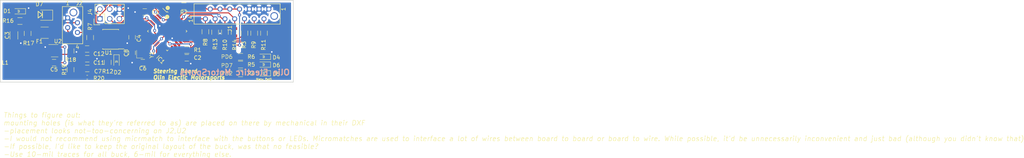
<source format=kicad_pcb>
(kicad_pcb (version 20171130) (host pcbnew 5.0.0-fee4fd1~66~ubuntu18.04.1)

  (general
    (thickness 1.6)
    (drawings 11)
    (tracks 351)
    (zones 0)
    (modules 44)
    (nets 50)
  )

  (page A4)
  (layers
    (0 F.Cu signal)
    (31 B.Cu signal hide)
    (32 B.Adhes user)
    (33 F.Adhes user)
    (34 B.Paste user)
    (35 F.Paste user)
    (36 B.SilkS user hide)
    (37 F.SilkS user)
    (38 B.Mask user)
    (39 F.Mask user hide)
    (40 Dwgs.User user)
    (41 Cmts.User user)
    (42 Eco1.User user)
    (43 Eco2.User user)
    (44 Edge.Cuts user)
    (45 Margin user)
    (46 B.CrtYd user)
    (47 F.CrtYd user)
    (48 B.Fab user)
    (49 F.Fab user)
  )

  (setup
    (last_trace_width 0.25)
    (trace_clearance 0.2)
    (zone_clearance 0.508)
    (zone_45_only no)
    (trace_min 0.1778)
    (segment_width 0.2)
    (edge_width 0.15)
    (via_size 0.8)
    (via_drill 0.4)
    (via_min_size 0.4)
    (via_min_drill 0.3)
    (uvia_size 0.3)
    (uvia_drill 0.1)
    (uvias_allowed no)
    (uvia_min_size 0.2)
    (uvia_min_drill 0.1)
    (pcb_text_width 0.3)
    (pcb_text_size 1.5 1.5)
    (mod_edge_width 0.15)
    (mod_text_size 1 1)
    (mod_text_width 0.15)
    (pad_size 1.524 1.524)
    (pad_drill 0.762)
    (pad_to_mask_clearance 0.2)
    (aux_axis_origin 0 0)
    (visible_elements FFFFFF7F)
    (pcbplotparams
      (layerselection 0x010fc_ffffffff)
      (usegerberextensions false)
      (usegerberattributes false)
      (usegerberadvancedattributes false)
      (creategerberjobfile false)
      (excludeedgelayer true)
      (linewidth 0.100000)
      (plotframeref false)
      (viasonmask false)
      (mode 1)
      (useauxorigin false)
      (hpglpennumber 1)
      (hpglpenspeed 20)
      (hpglpendiameter 15.000000)
      (psnegative false)
      (psa4output false)
      (plotreference true)
      (plotvalue true)
      (plotinvisibletext false)
      (padsonsilk false)
      (subtractmaskfromsilk false)
      (outputformat 1)
      (mirror false)
      (drillshape 1)
      (scaleselection 1)
      (outputdirectory ""))
  )

  (net 0 "")
  (net 1 VCC)
  (net 2 GND)
  (net 3 "Net-(C2-Pad1)")
  (net 4 /12V_Fused)
  (net 5 "Net-(C5-Pad2)")
  (net 6 "Net-(C5-Pad1)")
  (net 7 "Net-(C6-Pad1)")
  (net 8 "Net-(C11-Pad1)")
  (net 9 "Net-(C8-Pad1)")
  (net 10 "Net-(D1-Pad2)")
  (net 11 "Net-(D2-Pad2)")
  (net 12 "Net-(D4-Pad2)")
  (net 13 "Net-(D5-Pad2)")
  (net 14 "Net-(D6-Pad2)")
  (net 15 +12V)
  (net 16 /MISO)
  (net 17 /MOSI)
  (net 18 "Net-(IC1-Pad3)")
  (net 19 /TXCAN)
  (net 20 /RXCAN)
  (net 21 /P_LED_1)
  (net 22 /P_LED_2)
  (net 23 /SCK)
  (net 24 "Net-(IC1-Pad13)")
  (net 25 /P_LED_3)
  (net 26 "Net-(IC1-Pad17)")
  (net 27 "Net-(IC1-Pad18)")
  (net 28 "Net-(IC1-Pad21)")
  (net 29 /LED_Driver1)
  (net 30 /LED_Driver2)
  (net 31 /LED_Driver3)
  (net 32 "Net-(IC1-Pad25)")
  (net 33 /B1_In)
  (net 34 /B3_In)
  (net 35 /B2_In)
  (net 36 /B4_In)
  (net 37 "Net-(IC1-Pad30)")
  (net 38 /RESET)
  (net 39 "Net-(IC1-Pad32)")
  (net 40 /LED1_Out)
  (net 41 /LED2_Out)
  (net 42 /LED3_Out)
  (net 43 /CANH)
  (net 44 /CANL)
  (net 45 "Net-(R17-Pad1)")
  (net 46 "Net-(R18-Pad1)")
  (net 47 "Net-(U1-Pad5)")
  (net 48 "Net-(IC1-Pad8)")
  (net 49 "Net-(IC1-Pad9)")

  (net_class Default "This is the default net class."
    (clearance 0.2)
    (trace_width 0.25)
    (via_dia 0.8)
    (via_drill 0.4)
    (uvia_dia 0.3)
    (uvia_drill 0.1)
    (add_net +12V)
    (add_net /12V_Fused)
    (add_net /B1_In)
    (add_net /B2_In)
    (add_net /B3_In)
    (add_net /B4_In)
    (add_net /CANH)
    (add_net /CANL)
    (add_net /LED1_Out)
    (add_net /LED2_Out)
    (add_net /LED3_Out)
    (add_net /LED_Driver1)
    (add_net /LED_Driver2)
    (add_net /LED_Driver3)
    (add_net /MISO)
    (add_net /MOSI)
    (add_net /P_LED_1)
    (add_net /P_LED_2)
    (add_net /P_LED_3)
    (add_net /RESET)
    (add_net /RXCAN)
    (add_net /SCK)
    (add_net /TXCAN)
    (add_net GND)
    (add_net "Net-(C11-Pad1)")
    (add_net "Net-(C2-Pad1)")
    (add_net "Net-(C5-Pad1)")
    (add_net "Net-(C5-Pad2)")
    (add_net "Net-(C6-Pad1)")
    (add_net "Net-(C8-Pad1)")
    (add_net "Net-(D1-Pad2)")
    (add_net "Net-(D2-Pad2)")
    (add_net "Net-(D4-Pad2)")
    (add_net "Net-(D5-Pad2)")
    (add_net "Net-(D6-Pad2)")
    (add_net "Net-(IC1-Pad13)")
    (add_net "Net-(IC1-Pad17)")
    (add_net "Net-(IC1-Pad18)")
    (add_net "Net-(IC1-Pad21)")
    (add_net "Net-(IC1-Pad25)")
    (add_net "Net-(IC1-Pad3)")
    (add_net "Net-(IC1-Pad30)")
    (add_net "Net-(IC1-Pad32)")
    (add_net "Net-(IC1-Pad8)")
    (add_net "Net-(IC1-Pad9)")
    (add_net "Net-(R17-Pad1)")
    (add_net "Net-(R18-Pad1)")
    (add_net "Net-(U1-Pad5)")
    (add_net VCC)
  )

  (module footprints:R_0805_OEM (layer F.Cu) (tedit 59F25131) (tstamp 5C0CC5BE)
    (at 157.48 77.216 180)
    (descr "Resistor SMD 0805, reflow soldering, Vishay (see dcrcw.pdf)")
    (tags "resistor 0805")
    (path /59E06840)
    (attr smd)
    (fp_text reference R1 (at -2.794 0) (layer F.SilkS)
      (effects (font (size 1 1) (thickness 0.15)))
    )
    (fp_text value R_100 (at 0 1.75 180) (layer F.Fab) hide
      (effects (font (size 1 1) (thickness 0.15)))
    )
    (fp_line (start -1 0.62) (end -1 -0.62) (layer F.Fab) (width 0.1))
    (fp_line (start 1 0.62) (end -1 0.62) (layer F.Fab) (width 0.1))
    (fp_line (start 1 -0.62) (end 1 0.62) (layer F.Fab) (width 0.1))
    (fp_line (start -1 -0.62) (end 1 -0.62) (layer F.Fab) (width 0.1))
    (fp_line (start 0.6 0.88) (end -0.6 0.88) (layer F.SilkS) (width 0.12))
    (fp_line (start -0.6 -0.88) (end 0.6 -0.88) (layer F.SilkS) (width 0.12))
    (fp_line (start -1.55 -0.9) (end 1.55 -0.9) (layer F.CrtYd) (width 0.05))
    (fp_line (start -1.55 -0.9) (end -1.55 0.9) (layer F.CrtYd) (width 0.05))
    (fp_line (start 1.55 0.9) (end 1.55 -0.9) (layer F.CrtYd) (width 0.05))
    (fp_line (start 1.55 0.9) (end -1.55 0.9) (layer F.CrtYd) (width 0.05))
    (pad 1 smd rect (at -0.95 0 180) (size 0.7 1.3) (layers F.Cu F.Paste F.Mask)
      (net 1 VCC))
    (pad 2 smd rect (at 0.95 0 180) (size 0.7 1.3) (layers F.Cu F.Paste F.Mask)
      (net 3 "Net-(C2-Pad1)"))
    (model "/home/josh/Formula/OEM_Preferred_Parts/3DModels/WRL Files/res0805.wrl"
      (at (xyz 0 0 0))
      (scale (xyz 1 1 1))
      (rotate (xyz 0 0 0))
    )
  )

  (module footprints:C_0805_OEM (layer F.Cu) (tedit 59F250E7) (tstamp 5C0CC44E)
    (at 146.034 80.518 180)
    (descr "Capacitor SMD 0805, reflow soldering, AVX (see smccp.pdf)")
    (tags "capacitor 0805")
    (path /59E06F43)
    (attr smd)
    (fp_text reference C6 (at 0 -1.5 180) (layer F.SilkS)
      (effects (font (size 1 1) (thickness 0.15)))
    )
    (fp_text value C_30pF (at 0 1.75 180) (layer F.Fab) hide
      (effects (font (size 1 1) (thickness 0.15)))
    )
    (fp_line (start -1 0.62) (end -1 -0.62) (layer F.Fab) (width 0.1))
    (fp_line (start 1 0.62) (end -1 0.62) (layer F.Fab) (width 0.1))
    (fp_line (start 1 -0.62) (end 1 0.62) (layer F.Fab) (width 0.1))
    (fp_line (start -1 -0.62) (end 1 -0.62) (layer F.Fab) (width 0.1))
    (fp_line (start 0.5 -0.85) (end -0.5 -0.85) (layer F.SilkS) (width 0.12))
    (fp_line (start -0.5 0.85) (end 0.5 0.85) (layer F.SilkS) (width 0.12))
    (fp_line (start -1.75 -0.88) (end 1.75 -0.88) (layer F.CrtYd) (width 0.05))
    (fp_line (start -1.75 -0.88) (end -1.75 0.87) (layer F.CrtYd) (width 0.05))
    (fp_line (start 1.75 0.87) (end 1.75 -0.88) (layer F.CrtYd) (width 0.05))
    (fp_line (start 1.75 0.87) (end -1.75 0.87) (layer F.CrtYd) (width 0.05))
    (pad 1 smd rect (at -1 0 180) (size 1 1.25) (layers F.Cu F.Paste F.Mask)
      (net 7 "Net-(C6-Pad1)"))
    (pad 2 smd rect (at 1 0 180) (size 1 1.25) (layers F.Cu F.Paste F.Mask)
      (net 2 GND))
    (model /home/josh/Formula/OEM_Preferred_Parts/3DModels/C_0805_OEM/C_0805.wrl
      (at (xyz 0 0 0))
      (scale (xyz 1 1 1))
      (rotate (xyz 0 0 0))
    )
  )

  (module footprints:C_0805_OEM (layer F.Cu) (tedit 59F250E7) (tstamp 5C0CC45E)
    (at 131.588 82.042)
    (descr "Capacitor SMD 0805, reflow soldering, AVX (see smccp.pdf)")
    (tags "capacitor 0805")
    (path /59E0494E)
    (attr smd)
    (fp_text reference C7 (at 2.778 0.762) (layer F.SilkS)
      (effects (font (size 1 1) (thickness 0.15)))
    )
    (fp_text value C_47uF (at 0 1.75) (layer F.Fab) hide
      (effects (font (size 1 1) (thickness 0.15)))
    )
    (fp_line (start -1 0.62) (end -1 -0.62) (layer F.Fab) (width 0.1))
    (fp_line (start 1 0.62) (end -1 0.62) (layer F.Fab) (width 0.1))
    (fp_line (start 1 -0.62) (end 1 0.62) (layer F.Fab) (width 0.1))
    (fp_line (start -1 -0.62) (end 1 -0.62) (layer F.Fab) (width 0.1))
    (fp_line (start 0.5 -0.85) (end -0.5 -0.85) (layer F.SilkS) (width 0.12))
    (fp_line (start -0.5 0.85) (end 0.5 0.85) (layer F.SilkS) (width 0.12))
    (fp_line (start -1.75 -0.88) (end 1.75 -0.88) (layer F.CrtYd) (width 0.05))
    (fp_line (start -1.75 -0.88) (end -1.75 0.87) (layer F.CrtYd) (width 0.05))
    (fp_line (start 1.75 0.87) (end 1.75 -0.88) (layer F.CrtYd) (width 0.05))
    (fp_line (start 1.75 0.87) (end -1.75 0.87) (layer F.CrtYd) (width 0.05))
    (pad 1 smd rect (at -1 0) (size 1 1.25) (layers F.Cu F.Paste F.Mask)
      (net 8 "Net-(C11-Pad1)"))
    (pad 2 smd rect (at 1 0) (size 1 1.25) (layers F.Cu F.Paste F.Mask)
      (net 2 GND))
    (model /home/josh/Formula/OEM_Preferred_Parts/3DModels/C_0805_OEM/C_0805.wrl
      (at (xyz 0 0 0))
      (scale (xyz 1 1 1))
      (rotate (xyz 0 0 0))
    )
  )

  (module footprints:Crystal_SMD_FA238 (layer F.Cu) (tedit 59F247A7) (tstamp 5C0CC722)
    (at 146.012 77.3 90)
    (descr "crystal Epson Toyocom FA-238 series http://www.mouser.com/ds/2/137/1721499-465440.pdf, hand-soldering, 3.2x2.5mm^2 package")
    (tags "SMD SMT crystal hand-soldering")
    (path /59E10C38)
    (attr smd)
    (fp_text reference Y1 (at -1.186 2.324 90) (layer F.SilkS)
      (effects (font (size 1 1) (thickness 0.15)))
    )
    (fp_text value Crystal_SMD (at 0.0762 2.42316 90) (layer F.Fab) hide
      (effects (font (size 1 1) (thickness 0.15)))
    )
    (fp_line (start -2 -1.6) (end 0 -1.6) (layer F.SilkS) (width 0.1))
    (fp_line (start -2 -1.6) (end -2 0) (layer F.SilkS) (width 0.1))
    (fp_line (start -1.5 -1.25) (end 1.5 -1.25) (layer F.Fab) (width 0.1))
    (fp_line (start 1.5 -1.25) (end 1.6 -1.15) (layer F.Fab) (width 0.1))
    (fp_line (start 1.6 -1.15) (end 1.6 1.15) (layer F.Fab) (width 0.1))
    (fp_line (start 1.6 1.15) (end 1.5 1.25) (layer F.Fab) (width 0.1))
    (fp_line (start 1.5 1.25) (end -1.5 1.25) (layer F.Fab) (width 0.1))
    (fp_line (start -1.5 1.25) (end -1.6 1.15) (layer F.Fab) (width 0.1))
    (fp_line (start -1.6 1.15) (end -1.6 -1.15) (layer F.Fab) (width 0.1))
    (fp_line (start -1.6 -1.15) (end -1.5 -1.25) (layer F.Fab) (width 0.1))
    (pad 1 smd rect (at -1.1 0.8 90) (size 1.4 1.2) (layers F.Cu F.Mask)
      (net 7 "Net-(C6-Pad1)"))
    (pad 2 smd rect (at 1.1 0.8 90) (size 1.4 1.2) (layers F.Cu F.Mask)
      (net 2 GND))
    (pad 3 smd rect (at 1.1 -0.8 90) (size 1.4 1.2) (layers F.Cu F.Mask)
      (net 9 "Net-(C8-Pad1)"))
    (pad 4 smd rect (at -1.1 -0.8 90) (size 1.4 1.2) (layers F.Cu F.Mask)
      (net 2 GND))
    (model Crystals.3dshapes/Crystal_SMD_SeikoEpson_FA238-4pin_3.2x2.5mm_HandSoldering.wrl
      (at (xyz 0 0 0))
      (scale (xyz 0.24 0.24 0.24))
      (rotate (xyz 0 0 0))
    )
  )

  (module footprints:R_0805_OEM (layer F.Cu) (tedit 59F25131) (tstamp 5C0CC67E)
    (at 164.846 72.578 270)
    (descr "Resistor SMD 0805, reflow soldering, Vishay (see dcrcw.pdf)")
    (tags "resistor 0805")
    (path /5BF1809A)
    (attr smd)
    (fp_text reference R13 (at 3.114 0 270) (layer F.SilkS)
      (effects (font (size 1 1) (thickness 0.15)))
    )
    (fp_text value R_1M (at 0 1.75 270) (layer F.Fab) hide
      (effects (font (size 1 1) (thickness 0.15)))
    )
    (fp_line (start -1 0.62) (end -1 -0.62) (layer F.Fab) (width 0.1))
    (fp_line (start 1 0.62) (end -1 0.62) (layer F.Fab) (width 0.1))
    (fp_line (start 1 -0.62) (end 1 0.62) (layer F.Fab) (width 0.1))
    (fp_line (start -1 -0.62) (end 1 -0.62) (layer F.Fab) (width 0.1))
    (fp_line (start 0.6 0.88) (end -0.6 0.88) (layer F.SilkS) (width 0.12))
    (fp_line (start -0.6 -0.88) (end 0.6 -0.88) (layer F.SilkS) (width 0.12))
    (fp_line (start -1.55 -0.9) (end 1.55 -0.9) (layer F.CrtYd) (width 0.05))
    (fp_line (start -1.55 -0.9) (end -1.55 0.9) (layer F.CrtYd) (width 0.05))
    (fp_line (start 1.55 0.9) (end 1.55 -0.9) (layer F.CrtYd) (width 0.05))
    (fp_line (start 1.55 0.9) (end -1.55 0.9) (layer F.CrtYd) (width 0.05))
    (pad 1 smd rect (at -0.95 0 270) (size 0.7 1.3) (layers F.Cu F.Paste F.Mask)
      (net 35 /B2_In))
    (pad 2 smd rect (at 0.95 0 270) (size 0.7 1.3) (layers F.Cu F.Paste F.Mask)
      (net 2 GND))
    (model "/home/josh/Formula/OEM_Preferred_Parts/3DModels/WRL Files/res0805.wrl"
      (at (xyz 0 0 0))
      (scale (xyz 1 1 1))
      (rotate (xyz 0 0 0))
    )
  )

  (module footprints:micromatch_female_vert_4 (layer F.Cu) (tedit 5A7726AD) (tstamp 5C0CC591)
    (at 126.492 73.914)
    (path /5BF45C9A)
    (fp_text reference J2 (at 3.048 -8.89) (layer F.SilkS)
      (effects (font (size 1 1) (thickness 0.15)))
    )
    (fp_text value MM_F_VT_04 (at 6.35 -1.27 90) (layer F.Fab) hide
      (effects (font (size 1 1) (thickness 0.15)))
    )
    (fp_line (start 3.92 1.67) (end 3.92 -8.02) (layer F.SilkS) (width 0.15))
    (fp_line (start -1.38 1.67) (end -1.38 -8.02) (layer F.SilkS) (width 0.15))
    (fp_line (start -1.38 -8.02) (end 3.92 -8.02) (layer F.SilkS) (width 0.15))
    (fp_line (start -1.38 1.67) (end 3.92 1.67) (layer F.SilkS) (width 0.15))
    (fp_text user 1 (at 0 -8.89) (layer F.SilkS)
      (effects (font (size 1 1) (thickness 0.15)))
    )
    (fp_text user 4 (at 2.54 2.54) (layer F.SilkS)
      (effects (font (size 1 1) (thickness 0.15)))
    )
    (pad 5 thru_hole circle (at 1.5 -6.48) (size 2 2) (drill 1.5) (layers *.Cu *.Mask))
    (pad 4 thru_hole circle (at 2.54 -1.27) (size 1.3 1.3) (drill 0.8) (layers *.Cu *.Mask)
      (net 44 /CANL))
    (pad 2 thru_hole circle (at 2.54 -3.81) (size 1.3 1.3) (drill 0.8) (layers *.Cu *.Mask)
      (net 15 +12V))
    (pad 1 thru_hole circle (at 0 -5.08) (size 1.3 1.3) (drill 0.8) (layers *.Cu *.Mask)
      (net 2 GND))
    (pad 3 thru_hole circle (at 0 -2.54) (size 1.3 1.3) (drill 0.8) (layers *.Cu *.Mask)
      (net 43 /CANH))
  )

  (module footprints:R_0805_OEM (layer F.Cu) (tedit 59F25131) (tstamp 5C0CC6CE)
    (at 127.254 82.362 90)
    (descr "Resistor SMD 0805, reflow soldering, Vishay (see dcrcw.pdf)")
    (tags "resistor 0805")
    (path /5BC63ED3)
    (attr smd)
    (fp_text reference R19 (at 0 -1.65 90) (layer F.SilkS)
      (effects (font (size 1 1) (thickness 0.15)))
    )
    (fp_text value R_51.1K (at 0 1.75 90) (layer F.Fab) hide
      (effects (font (size 1 1) (thickness 0.15)))
    )
    (fp_line (start 1.55 0.9) (end -1.55 0.9) (layer F.CrtYd) (width 0.05))
    (fp_line (start 1.55 0.9) (end 1.55 -0.9) (layer F.CrtYd) (width 0.05))
    (fp_line (start -1.55 -0.9) (end -1.55 0.9) (layer F.CrtYd) (width 0.05))
    (fp_line (start -1.55 -0.9) (end 1.55 -0.9) (layer F.CrtYd) (width 0.05))
    (fp_line (start -0.6 -0.88) (end 0.6 -0.88) (layer F.SilkS) (width 0.12))
    (fp_line (start 0.6 0.88) (end -0.6 0.88) (layer F.SilkS) (width 0.12))
    (fp_line (start -1 -0.62) (end 1 -0.62) (layer F.Fab) (width 0.1))
    (fp_line (start 1 -0.62) (end 1 0.62) (layer F.Fab) (width 0.1))
    (fp_line (start 1 0.62) (end -1 0.62) (layer F.Fab) (width 0.1))
    (fp_line (start -1 0.62) (end -1 -0.62) (layer F.Fab) (width 0.1))
    (pad 2 smd rect (at 0.95 0 90) (size 0.7 1.3) (layers F.Cu F.Paste F.Mask)
      (net 46 "Net-(R18-Pad1)"))
    (pad 1 smd rect (at -0.95 0 90) (size 0.7 1.3) (layers F.Cu F.Paste F.Mask)
      (net 8 "Net-(C11-Pad1)"))
    (model "/home/josh/Formula/OEM_Preferred_Parts/3DModels/WRL Files/res0805.wrl"
      (at (xyz 0 0 0))
      (scale (xyz 1 1 1))
      (rotate (xyz 0 0 0))
    )
  )

  (module footprints:R_0805_OEM (layer F.Cu) (tedit 59F25131) (tstamp 5C0CC69E)
    (at 114.082386 69.660148 180)
    (descr "Resistor SMD 0805, reflow soldering, Vishay (see dcrcw.pdf)")
    (tags "resistor 0805")
    (path /5BC64FE9)
    (attr smd)
    (fp_text reference R16 (at 3.084386 0.064148) (layer F.SilkS)
      (effects (font (size 1 1) (thickness 0.15)))
    )
    (fp_text value R_1K (at 0 1.75 180) (layer F.Fab) hide
      (effects (font (size 1 1) (thickness 0.15)))
    )
    (fp_line (start -1 0.62) (end -1 -0.62) (layer F.Fab) (width 0.1))
    (fp_line (start 1 0.62) (end -1 0.62) (layer F.Fab) (width 0.1))
    (fp_line (start 1 -0.62) (end 1 0.62) (layer F.Fab) (width 0.1))
    (fp_line (start -1 -0.62) (end 1 -0.62) (layer F.Fab) (width 0.1))
    (fp_line (start 0.6 0.88) (end -0.6 0.88) (layer F.SilkS) (width 0.12))
    (fp_line (start -0.6 -0.88) (end 0.6 -0.88) (layer F.SilkS) (width 0.12))
    (fp_line (start -1.55 -0.9) (end 1.55 -0.9) (layer F.CrtYd) (width 0.05))
    (fp_line (start -1.55 -0.9) (end -1.55 0.9) (layer F.CrtYd) (width 0.05))
    (fp_line (start 1.55 0.9) (end 1.55 -0.9) (layer F.CrtYd) (width 0.05))
    (fp_line (start 1.55 0.9) (end -1.55 0.9) (layer F.CrtYd) (width 0.05))
    (pad 1 smd rect (at -0.95 0 180) (size 0.7 1.3) (layers F.Cu F.Paste F.Mask)
      (net 4 /12V_Fused))
    (pad 2 smd rect (at 0.95 0 180) (size 0.7 1.3) (layers F.Cu F.Paste F.Mask)
      (net 10 "Net-(D1-Pad2)"))
    (model "/home/josh/Formula/OEM_Preferred_Parts/3DModels/WRL Files/res0805.wrl"
      (at (xyz 0 0 0))
      (scale (xyz 1 1 1))
      (rotate (xyz 0 0 0))
    )
  )

  (module footprints:R_0805_OEM (layer F.Cu) (tedit 59F25131) (tstamp 5C0CC6BE)
    (at 127.254 77.47 90)
    (descr "Resistor SMD 0805, reflow soldering, Vishay (see dcrcw.pdf)")
    (tags "resistor 0805")
    (path /5BC64286)
    (attr smd)
    (fp_text reference R18 (at -2.286 0 180) (layer F.SilkS)
      (effects (font (size 1 1) (thickness 0.15)))
    )
    (fp_text value R_10K (at 0 1.75 90) (layer F.Fab) hide
      (effects (font (size 1 1) (thickness 0.15)))
    )
    (fp_line (start 1.55 0.9) (end -1.55 0.9) (layer F.CrtYd) (width 0.05))
    (fp_line (start 1.55 0.9) (end 1.55 -0.9) (layer F.CrtYd) (width 0.05))
    (fp_line (start -1.55 -0.9) (end -1.55 0.9) (layer F.CrtYd) (width 0.05))
    (fp_line (start -1.55 -0.9) (end 1.55 -0.9) (layer F.CrtYd) (width 0.05))
    (fp_line (start -0.6 -0.88) (end 0.6 -0.88) (layer F.SilkS) (width 0.12))
    (fp_line (start 0.6 0.88) (end -0.6 0.88) (layer F.SilkS) (width 0.12))
    (fp_line (start -1 -0.62) (end 1 -0.62) (layer F.Fab) (width 0.1))
    (fp_line (start 1 -0.62) (end 1 0.62) (layer F.Fab) (width 0.1))
    (fp_line (start 1 0.62) (end -1 0.62) (layer F.Fab) (width 0.1))
    (fp_line (start -1 0.62) (end -1 -0.62) (layer F.Fab) (width 0.1))
    (pad 2 smd rect (at 0.95 0 90) (size 0.7 1.3) (layers F.Cu F.Paste F.Mask)
      (net 2 GND))
    (pad 1 smd rect (at -0.95 0 90) (size 0.7 1.3) (layers F.Cu F.Paste F.Mask)
      (net 46 "Net-(R18-Pad1)"))
    (model "/home/josh/Formula/OEM_Preferred_Parts/3DModels/WRL Files/res0805.wrl"
      (at (xyz 0 0 0))
      (scale (xyz 1 1 1))
      (rotate (xyz 0 0 0))
    )
  )

  (module footprints:R_0805_OEM (layer F.Cu) (tedit 59F25131) (tstamp 5C0CC63E)
    (at 175.006 72.832 270)
    (descr "Resistor SMD 0805, reflow soldering, Vishay (see dcrcw.pdf)")
    (tags "resistor 0805")
    (path /5BE93A26)
    (attr smd)
    (fp_text reference R9 (at 3.048 0.128 270) (layer F.SilkS)
      (effects (font (size 1 1) (thickness 0.15)))
    )
    (fp_text value R_200 (at 0 1.75 270) (layer F.Fab) hide
      (effects (font (size 1 1) (thickness 0.15)))
    )
    (fp_line (start -1 0.62) (end -1 -0.62) (layer F.Fab) (width 0.1))
    (fp_line (start 1 0.62) (end -1 0.62) (layer F.Fab) (width 0.1))
    (fp_line (start 1 -0.62) (end 1 0.62) (layer F.Fab) (width 0.1))
    (fp_line (start -1 -0.62) (end 1 -0.62) (layer F.Fab) (width 0.1))
    (fp_line (start 0.6 0.88) (end -0.6 0.88) (layer F.SilkS) (width 0.12))
    (fp_line (start -0.6 -0.88) (end 0.6 -0.88) (layer F.SilkS) (width 0.12))
    (fp_line (start -1.55 -0.9) (end 1.55 -0.9) (layer F.CrtYd) (width 0.05))
    (fp_line (start -1.55 -0.9) (end -1.55 0.9) (layer F.CrtYd) (width 0.05))
    (fp_line (start 1.55 0.9) (end 1.55 -0.9) (layer F.CrtYd) (width 0.05))
    (fp_line (start 1.55 0.9) (end -1.55 0.9) (layer F.CrtYd) (width 0.05))
    (pad 1 smd rect (at -0.95 0 270) (size 0.7 1.3) (layers F.Cu F.Paste F.Mask)
      (net 41 /LED2_Out))
    (pad 2 smd rect (at 0.95 0 270) (size 0.7 1.3) (layers F.Cu F.Paste F.Mask)
      (net 30 /LED_Driver2))
    (model "/home/josh/Formula/OEM_Preferred_Parts/3DModels/WRL Files/res0805.wrl"
      (at (xyz 0 0 0))
      (scale (xyz 1 1 1))
      (rotate (xyz 0 0 0))
    )
  )

  (module footprints:LED_0805_OEM (layer F.Cu) (tedit 5A5B129D) (tstamp 5C0CC50B)
    (at 177.462 81.026 180)
    (descr "LED 0805 smd package")
    (tags "LED led 0805 SMD smd SMT smt smdled SMDLED smtled SMTLED")
    (path /59EE66CC)
    (attr smd)
    (fp_text reference D6 (at -3.302 -0.18 180) (layer F.SilkS)
      (effects (font (size 1 1) (thickness 0.15)))
    )
    (fp_text value LED_0805 (at 0.508 2.032 180) (layer F.Fab) hide
      (effects (font (size 1 1) (thickness 0.15)))
    )
    (fp_line (start -0.2 0.35) (end -0.2 0) (layer F.SilkS) (width 0.1))
    (fp_line (start -0.2 0) (end -0.2 -0.35) (layer F.SilkS) (width 0.1))
    (fp_line (start 0.15 0.35) (end -0.2 0) (layer F.SilkS) (width 0.1))
    (fp_line (start 0.15 0.3) (end 0.15 0.35) (layer F.SilkS) (width 0.1))
    (fp_line (start 0.15 0.35) (end 0.15 0.3) (layer F.SilkS) (width 0.1))
    (fp_line (start 0.15 -0.35) (end 0.15 0.3) (layer F.SilkS) (width 0.1))
    (fp_line (start 0.1 -0.3) (end 0.15 -0.35) (layer F.SilkS) (width 0.1))
    (fp_line (start -0.2 0) (end 0.1 -0.3) (layer F.SilkS) (width 0.1))
    (fp_line (start -1.8 -0.7) (end -1.8 0.7) (layer F.SilkS) (width 0.12))
    (fp_line (start 1 0.6) (end -1 0.6) (layer F.Fab) (width 0.1))
    (fp_line (start 1 -0.6) (end 1 0.6) (layer F.Fab) (width 0.1))
    (fp_line (start -1 -0.6) (end 1 -0.6) (layer F.Fab) (width 0.1))
    (fp_line (start -1 0.6) (end -1 -0.6) (layer F.Fab) (width 0.1))
    (fp_line (start -1.8 0.7) (end 1 0.7) (layer F.SilkS) (width 0.12))
    (fp_line (start -1.8 -0.7) (end 1 -0.7) (layer F.SilkS) (width 0.12))
    (fp_line (start 1.95 -0.85) (end 1.95 0.85) (layer F.CrtYd) (width 0.05))
    (fp_line (start 1.95 0.85) (end -1.95 0.85) (layer F.CrtYd) (width 0.05))
    (fp_line (start -1.95 0.85) (end -1.95 -0.85) (layer F.CrtYd) (width 0.05))
    (fp_line (start -1.95 -0.85) (end 1.95 -0.85) (layer F.CrtYd) (width 0.05))
    (pad 2 smd rect (at 1.1 0) (size 1.2 1.2) (layers F.Cu F.Paste F.Mask)
      (net 14 "Net-(D6-Pad2)"))
    (pad 1 smd rect (at -1.1 0) (size 1.2 1.2) (layers F.Cu F.Paste F.Mask)
      (net 2 GND))
    (model "/home/josh/Formula/OEM_Preferred_Parts/3DModels/LED_0805/LED 0805 Base GREEN001_sp.wrl"
      (at (xyz 0 0 0))
      (scale (xyz 1 1 1))
      (rotate (xyz 0 0 180))
    )
  )

  (module footprints:SOIC-8_3.9x4.9mm_Pitch1.27mm_OEM (layer F.Cu) (tedit 59F25ACD) (tstamp 5C0CC6FB)
    (at 137.668 74.422 180)
    (descr "8-Lead Plastic Small Outline (SN) - Narrow, 3.90 mm Body [SOIC] (see Microchip Packaging Specification 00000049BS.pdf)")
    (tags "SOIC 1.27")
    (path /5BC8E2BD)
    (attr smd)
    (fp_text reference U1 (at 0.508 -3.5 180) (layer F.SilkS)
      (effects (font (size 1 1) (thickness 0.15)))
    )
    (fp_text value MCP2561-E_SN (at 0 3.5 180) (layer F.Fab) hide
      (effects (font (size 1 1) (thickness 0.15)))
    )
    (fp_line (start -0.95 -2.45) (end 1.95 -2.45) (layer F.Fab) (width 0.1))
    (fp_line (start 1.95 -2.45) (end 1.95 2.45) (layer F.Fab) (width 0.1))
    (fp_line (start 1.95 2.45) (end -1.95 2.45) (layer F.Fab) (width 0.1))
    (fp_line (start -1.95 2.45) (end -1.95 -1.45) (layer F.Fab) (width 0.1))
    (fp_line (start -1.95 -1.45) (end -0.95 -2.45) (layer F.Fab) (width 0.1))
    (fp_line (start -3.73 -2.7) (end -3.73 2.7) (layer F.CrtYd) (width 0.05))
    (fp_line (start 3.73 -2.7) (end 3.73 2.7) (layer F.CrtYd) (width 0.05))
    (fp_line (start -3.73 -2.7) (end 3.73 -2.7) (layer F.CrtYd) (width 0.05))
    (fp_line (start -3.73 2.7) (end 3.73 2.7) (layer F.CrtYd) (width 0.05))
    (fp_line (start -2.075 -2.575) (end -2.075 -2.525) (layer F.SilkS) (width 0.15))
    (fp_line (start 2.075 -2.575) (end 2.075 -2.43) (layer F.SilkS) (width 0.15))
    (fp_line (start 2.075 2.575) (end 2.075 2.43) (layer F.SilkS) (width 0.15))
    (fp_line (start -2.075 2.575) (end -2.075 2.43) (layer F.SilkS) (width 0.15))
    (fp_line (start -2.075 -2.575) (end 2.075 -2.575) (layer F.SilkS) (width 0.15))
    (fp_line (start -2.075 2.575) (end 2.075 2.575) (layer F.SilkS) (width 0.15))
    (fp_line (start -2.075 -2.525) (end -3.475 -2.525) (layer F.SilkS) (width 0.15))
    (pad 1 smd rect (at -2.7 -1.905 180) (size 1.55 0.6) (layers F.Cu F.Paste F.Mask)
      (net 19 /TXCAN))
    (pad 2 smd rect (at -2.7 -0.635 180) (size 1.55 0.6) (layers F.Cu F.Paste F.Mask)
      (net 2 GND))
    (pad 3 smd rect (at -2.7 0.635 180) (size 1.55 0.6) (layers F.Cu F.Paste F.Mask)
      (net 1 VCC))
    (pad 4 smd rect (at -2.7 1.905 180) (size 1.55 0.6) (layers F.Cu F.Paste F.Mask)
      (net 20 /RXCAN))
    (pad 5 smd rect (at 2.7 1.905 180) (size 1.55 0.6) (layers F.Cu F.Paste F.Mask)
      (net 47 "Net-(U1-Pad5)"))
    (pad 6 smd rect (at 2.7 0.635 180) (size 1.55 0.6) (layers F.Cu F.Paste F.Mask)
      (net 44 /CANL))
    (pad 7 smd rect (at 2.7 -0.635 180) (size 1.55 0.6) (layers F.Cu F.Paste F.Mask)
      (net 43 /CANH))
    (pad 8 smd rect (at 2.7 -1.905 180) (size 1.55 0.6) (layers F.Cu F.Paste F.Mask)
      (net 2 GND))
    (model ${KISYS3DMOD}/Housings_SOIC.3dshapes/SOIC-8_3.9x4.9mm_Pitch1.27mm.wrl
      (at (xyz 0 0 0))
      (scale (xyz 1 1 1))
      (rotate (xyz 0 0 0))
    )
  )

  (module footprints:DO-214AA (layer F.Cu) (tedit 5A59FDFB) (tstamp 5C0CC520)
    (at 119.416386 68.136148 180)
    (descr "http://www.diodes.com/datasheets/ap02001.pdf p.144")
    (tags "Diode SOD523")
    (path /59F253C2)
    (attr smd)
    (fp_text reference D7 (at 0.290386 2.858148 180) (layer F.SilkS)
      (effects (font (size 1 1) (thickness 0.15)))
    )
    (fp_text value D_Zener_18V (at 0 2.286 180) (layer F.Fab) hide
      (effects (font (size 1 1) (thickness 0.15)))
    )
    (fp_line (start 0.6 1) (end -0.5 0.1) (layer F.SilkS) (width 0.2))
    (fp_line (start 0.6 -0.7) (end 0.6 1) (layer F.SilkS) (width 0.2))
    (fp_line (start -0.5 0.1) (end 0.6 -0.7) (layer F.SilkS) (width 0.2))
    (fp_line (start -0.5 -0.7) (end -0.5 1) (layer F.SilkS) (width 0.2))
    (fp_line (start -3.175 -1.3335) (end -3.175 1.3335) (layer F.SilkS) (width 0.12))
    (fp_line (start 3.302 -1.4605) (end 3.302 1.4605) (layer F.CrtYd) (width 0.05))
    (fp_line (start -3.302 -1.4605) (end 3.302 -1.4605) (layer F.CrtYd) (width 0.05))
    (fp_line (start -3.302 -1.4605) (end -3.302 1.4605) (layer F.CrtYd) (width 0.05))
    (fp_line (start -3.302 1.4605) (end 3.302 1.4605) (layer F.CrtYd) (width 0.05))
    (fp_line (start 2.3749 -1.9685) (end 2.3749 1.9685) (layer F.Fab) (width 0.1))
    (fp_line (start -2.3749 -1.9685) (end 2.3749 -1.9685) (layer F.Fab) (width 0.1))
    (fp_line (start -2.3749 -1.9685) (end -2.3749 1.9685) (layer F.Fab) (width 0.1))
    (fp_line (start 2.3749 1.9685) (end -2.3749 1.9685) (layer F.Fab) (width 0.1))
    (fp_line (start -3.175 1.3335) (end 0 1.3335) (layer F.SilkS) (width 0.12))
    (fp_line (start -3.175 -1.3335) (end 0 -1.3335) (layer F.SilkS) (width 0.12))
    (pad 2 smd rect (at 2.032 0) (size 1.778 2.159) (layers F.Cu F.Paste F.Mask)
      (net 2 GND))
    (pad 1 smd rect (at -2.032 0) (size 1.778 2.159) (layers F.Cu F.Paste F.Mask)
      (net 15 +12V))
    (model /home/josh/Formula/OEM_Preferred_Parts/3DModels/DO_214AA_OEM/DO_214AA.wrl
      (at (xyz 0 0 0))
      (scale (xyz 1 1 1))
      (rotate (xyz 0 0 0))
    )
  )

  (module footprints:C_0805_OEM (layer F.Cu) (tedit 59F250E7) (tstamp 5C0CC3FE)
    (at 146.542 67.31 180)
    (descr "Capacitor SMD 0805, reflow soldering, AVX (see smccp.pdf)")
    (tags "capacitor 0805")
    (path /59E06957)
    (attr smd)
    (fp_text reference C1 (at -2.778 0 180) (layer F.SilkS)
      (effects (font (size 1 1) (thickness 0.15)))
    )
    (fp_text value C_0.1uF (at 0 1.75 180) (layer F.Fab) hide
      (effects (font (size 1 1) (thickness 0.15)))
    )
    (fp_line (start -1 0.62) (end -1 -0.62) (layer F.Fab) (width 0.1))
    (fp_line (start 1 0.62) (end -1 0.62) (layer F.Fab) (width 0.1))
    (fp_line (start 1 -0.62) (end 1 0.62) (layer F.Fab) (width 0.1))
    (fp_line (start -1 -0.62) (end 1 -0.62) (layer F.Fab) (width 0.1))
    (fp_line (start 0.5 -0.85) (end -0.5 -0.85) (layer F.SilkS) (width 0.12))
    (fp_line (start -0.5 0.85) (end 0.5 0.85) (layer F.SilkS) (width 0.12))
    (fp_line (start -1.75 -0.88) (end 1.75 -0.88) (layer F.CrtYd) (width 0.05))
    (fp_line (start -1.75 -0.88) (end -1.75 0.87) (layer F.CrtYd) (width 0.05))
    (fp_line (start 1.75 0.87) (end 1.75 -0.88) (layer F.CrtYd) (width 0.05))
    (fp_line (start 1.75 0.87) (end -1.75 0.87) (layer F.CrtYd) (width 0.05))
    (pad 1 smd rect (at -1 0 180) (size 1 1.25) (layers F.Cu F.Paste F.Mask)
      (net 1 VCC))
    (pad 2 smd rect (at 1 0 180) (size 1 1.25) (layers F.Cu F.Paste F.Mask)
      (net 2 GND))
    (model /home/josh/Formula/OEM_Preferred_Parts/3DModels/C_0805_OEM/C_0805.wrl
      (at (xyz 0 0 0))
      (scale (xyz 1 1 1))
      (rotate (xyz 0 0 0))
    )
  )

  (module footprints:R_0805_OEM (layer F.Cu) (tedit 59F25131) (tstamp 5C0CC68E)
    (at 169.926 72.578 270)
    (descr "Resistor SMD 0805, reflow soldering, Vishay (see dcrcw.pdf)")
    (tags "resistor 0805")
    (path /5BF1C8D9)
    (attr smd)
    (fp_text reference R14 (at 3.302 0 270) (layer F.SilkS)
      (effects (font (size 1 1) (thickness 0.15)))
    )
    (fp_text value R_1M (at 0 1.75 270) (layer F.Fab) hide
      (effects (font (size 1 1) (thickness 0.15)))
    )
    (fp_line (start 1.55 0.9) (end -1.55 0.9) (layer F.CrtYd) (width 0.05))
    (fp_line (start 1.55 0.9) (end 1.55 -0.9) (layer F.CrtYd) (width 0.05))
    (fp_line (start -1.55 -0.9) (end -1.55 0.9) (layer F.CrtYd) (width 0.05))
    (fp_line (start -1.55 -0.9) (end 1.55 -0.9) (layer F.CrtYd) (width 0.05))
    (fp_line (start -0.6 -0.88) (end 0.6 -0.88) (layer F.SilkS) (width 0.12))
    (fp_line (start 0.6 0.88) (end -0.6 0.88) (layer F.SilkS) (width 0.12))
    (fp_line (start -1 -0.62) (end 1 -0.62) (layer F.Fab) (width 0.1))
    (fp_line (start 1 -0.62) (end 1 0.62) (layer F.Fab) (width 0.1))
    (fp_line (start 1 0.62) (end -1 0.62) (layer F.Fab) (width 0.1))
    (fp_line (start -1 0.62) (end -1 -0.62) (layer F.Fab) (width 0.1))
    (pad 2 smd rect (at 0.95 0 270) (size 0.7 1.3) (layers F.Cu F.Paste F.Mask)
      (net 2 GND))
    (pad 1 smd rect (at -0.95 0 270) (size 0.7 1.3) (layers F.Cu F.Paste F.Mask)
      (net 36 /B4_In))
    (model "/home/josh/Formula/OEM_Preferred_Parts/3DModels/WRL Files/res0805.wrl"
      (at (xyz 0 0 0))
      (scale (xyz 1 1 1))
      (rotate (xyz 0 0 0))
    )
  )

  (module footprints:LED_0805_OEM (layer F.Cu) (tedit 5A5B129D) (tstamp 5C0CC4C0)
    (at 139.192 80.264 270)
    (descr "LED 0805 smd package")
    (tags "LED led 0805 SMD smd SMT smt smdled SMDLED smtled SMTLED")
    (path /59E0483A)
    (attr smd)
    (fp_text reference D2 (at 2.794 -0.254) (layer F.SilkS)
      (effects (font (size 1 1) (thickness 0.15)))
    )
    (fp_text value LED_0805 (at 0.508 2.032 270) (layer F.Fab) hide
      (effects (font (size 1 1) (thickness 0.15)))
    )
    (fp_line (start -1.95 -0.85) (end 1.95 -0.85) (layer F.CrtYd) (width 0.05))
    (fp_line (start -1.95 0.85) (end -1.95 -0.85) (layer F.CrtYd) (width 0.05))
    (fp_line (start 1.95 0.85) (end -1.95 0.85) (layer F.CrtYd) (width 0.05))
    (fp_line (start 1.95 -0.85) (end 1.95 0.85) (layer F.CrtYd) (width 0.05))
    (fp_line (start -1.8 -0.7) (end 1 -0.7) (layer F.SilkS) (width 0.12))
    (fp_line (start -1.8 0.7) (end 1 0.7) (layer F.SilkS) (width 0.12))
    (fp_line (start -1 0.6) (end -1 -0.6) (layer F.Fab) (width 0.1))
    (fp_line (start -1 -0.6) (end 1 -0.6) (layer F.Fab) (width 0.1))
    (fp_line (start 1 -0.6) (end 1 0.6) (layer F.Fab) (width 0.1))
    (fp_line (start 1 0.6) (end -1 0.6) (layer F.Fab) (width 0.1))
    (fp_line (start -1.8 -0.7) (end -1.8 0.7) (layer F.SilkS) (width 0.12))
    (fp_line (start -0.2 0) (end 0.1 -0.3) (layer F.SilkS) (width 0.1))
    (fp_line (start 0.1 -0.3) (end 0.15 -0.35) (layer F.SilkS) (width 0.1))
    (fp_line (start 0.15 -0.35) (end 0.15 0.3) (layer F.SilkS) (width 0.1))
    (fp_line (start 0.15 0.35) (end 0.15 0.3) (layer F.SilkS) (width 0.1))
    (fp_line (start 0.15 0.3) (end 0.15 0.35) (layer F.SilkS) (width 0.1))
    (fp_line (start 0.15 0.35) (end -0.2 0) (layer F.SilkS) (width 0.1))
    (fp_line (start -0.2 0) (end -0.2 -0.35) (layer F.SilkS) (width 0.1))
    (fp_line (start -0.2 0.35) (end -0.2 0) (layer F.SilkS) (width 0.1))
    (pad 1 smd rect (at -1.1 0 90) (size 1.2 1.2) (layers F.Cu F.Paste F.Mask)
      (net 2 GND))
    (pad 2 smd rect (at 1.1 0 90) (size 1.2 1.2) (layers F.Cu F.Paste F.Mask)
      (net 11 "Net-(D2-Pad2)"))
    (model "/home/josh/Formula/OEM_Preferred_Parts/3DModels/LED_0805/LED 0805 Base GREEN001_sp.wrl"
      (at (xyz 0 0 0))
      (scale (xyz 1 1 1))
      (rotate (xyz 0 0 180))
    )
  )

  (module footprints:TQFP-32_7x7mm_Pitch0.8mm (layer F.Cu) (tedit 59F24C0F) (tstamp 5C0CC569)
    (at 152.386047 72.318361 315)
    (descr "32-Lead Plastic Thin Quad Flatpack (PT) - 7x7x1.0 mm Body, 2.00 mm [TQFP] (see Microchip Packaging Specification 00000049BS.pdf)")
    (tags "QFP 0.8")
    (path /59E10948)
    (attr smd)
    (fp_text reference IC1 (at 4.011835 6.506575 315) (layer F.SilkS)
      (effects (font (size 1 1) (thickness 0.15)))
    )
    (fp_text value ATMEGA16M1 (at 0 6.05 315) (layer F.Fab) hide
      (effects (font (size 1 1) (thickness 0.15)))
    )
    (fp_circle (center -2.667 -2.6416) (end -2.667 -2.6924) (layer F.SilkS) (width 0.5))
    (fp_circle (center -4.2164 -4.394201) (end -4.2164 -4.445001) (layer F.SilkS) (width 0.5))
    (fp_text user %R (at 0 0 315) (layer F.Fab)
      (effects (font (size 1 1) (thickness 0.15)))
    )
    (fp_line (start -2.5 -3.5) (end 3.5 -3.5) (layer F.Fab) (width 0.15))
    (fp_line (start 3.5 -3.5) (end 3.5 3.5) (layer F.Fab) (width 0.15))
    (fp_line (start 3.5 3.5) (end -3.5 3.5) (layer F.Fab) (width 0.15))
    (fp_line (start -3.5 3.5) (end -3.5 -2.5) (layer F.Fab) (width 0.15))
    (fp_line (start -3.5 -2.5) (end -2.5 -3.5) (layer F.Fab) (width 0.15))
    (fp_line (start -5.3 -5.3) (end -5.3 5.3) (layer F.CrtYd) (width 0.05))
    (fp_line (start 5.3 -5.3) (end 5.3 5.3) (layer F.CrtYd) (width 0.05))
    (fp_line (start -5.3 -5.3) (end 5.3 -5.3) (layer F.CrtYd) (width 0.05))
    (fp_line (start -5.3 5.3) (end 5.3 5.3) (layer F.CrtYd) (width 0.05))
    (fp_line (start -3.625 -3.625) (end -3.625 -3.4) (layer F.SilkS) (width 0.15))
    (fp_line (start 3.625 -3.625) (end 3.625 -3.299999) (layer F.SilkS) (width 0.15))
    (fp_line (start 3.625 3.625) (end 3.625 3.299999) (layer F.SilkS) (width 0.15))
    (fp_line (start -3.625 3.625) (end -3.625 3.299999) (layer F.SilkS) (width 0.15))
    (fp_line (start -3.625 -3.625) (end -3.299999 -3.625) (layer F.SilkS) (width 0.15))
    (fp_line (start -3.625 3.625) (end -3.299999 3.625) (layer F.SilkS) (width 0.15))
    (fp_line (start 3.625 3.625) (end 3.299999 3.625) (layer F.SilkS) (width 0.15))
    (fp_line (start 3.625 -3.625) (end 3.299999 -3.625) (layer F.SilkS) (width 0.15))
    (fp_line (start -3.625 -3.4) (end -5.05 -3.4) (layer F.SilkS) (width 0.15))
    (pad 1 smd rect (at -4.25 -2.8 315) (size 1.6 0.55) (layers F.Cu F.Paste F.Mask)
      (net 16 /MISO))
    (pad 2 smd rect (at -4.25 -2 315) (size 1.6 0.55) (layers F.Cu F.Paste F.Mask)
      (net 17 /MOSI))
    (pad 3 smd rect (at -4.25 -1.2 315) (size 1.6 0.55) (layers F.Cu F.Paste F.Mask)
      (net 18 "Net-(IC1-Pad3)"))
    (pad 4 smd rect (at -4.25 -0.4 315) (size 1.6 0.55) (layers F.Cu F.Paste F.Mask)
      (net 1 VCC))
    (pad 5 smd rect (at -4.25 0.4 315) (size 1.6 0.55) (layers F.Cu F.Paste F.Mask)
      (net 2 GND))
    (pad 6 smd rect (at -4.25 1.2 315) (size 1.6 0.55) (layers F.Cu F.Paste F.Mask)
      (net 19 /TXCAN))
    (pad 7 smd rect (at -4.25 2 315) (size 1.6 0.55) (layers F.Cu F.Paste F.Mask)
      (net 20 /RXCAN))
    (pad 8 smd rect (at -4.25 2.8 315) (size 1.6 0.55) (layers F.Cu F.Paste F.Mask)
      (net 48 "Net-(IC1-Pad8)"))
    (pad 9 smd rect (at -2.8 4.25 45) (size 1.6 0.55) (layers F.Cu F.Paste F.Mask)
      (net 49 "Net-(IC1-Pad9)"))
    (pad 10 smd rect (at -2 4.25 45) (size 1.6 0.55) (layers F.Cu F.Paste F.Mask)
      (net 9 "Net-(C8-Pad1)"))
    (pad 11 smd rect (at -1.2 4.25 45) (size 1.6 0.55) (layers F.Cu F.Paste F.Mask)
      (net 7 "Net-(C6-Pad1)"))
    (pad 12 smd rect (at -0.4 4.25 45) (size 1.6 0.55) (layers F.Cu F.Paste F.Mask)
      (net 23 /SCK))
    (pad 13 smd rect (at 0.4 4.25 45) (size 1.6 0.55) (layers F.Cu F.Paste F.Mask)
      (net 24 "Net-(IC1-Pad13)"))
    (pad 14 smd rect (at 1.2 4.25 45) (size 1.6 0.55) (layers F.Cu F.Paste F.Mask)
      (net 21 /P_LED_1))
    (pad 15 smd rect (at 2 4.25 45) (size 1.6 0.55) (layers F.Cu F.Paste F.Mask)
      (net 22 /P_LED_2))
    (pad 16 smd rect (at 2.8 4.25 45) (size 1.6 0.55) (layers F.Cu F.Paste F.Mask)
      (net 25 /P_LED_3))
    (pad 17 smd rect (at 4.25 2.8 315) (size 1.6 0.55) (layers F.Cu F.Paste F.Mask)
      (net 26 "Net-(IC1-Pad17)"))
    (pad 18 smd rect (at 4.25 2 315) (size 1.6 0.55) (layers F.Cu F.Paste F.Mask)
      (net 27 "Net-(IC1-Pad18)"))
    (pad 19 smd rect (at 4.25 1.2 315) (size 1.6 0.55) (layers F.Cu F.Paste F.Mask)
      (net 3 "Net-(C2-Pad1)"))
    (pad 20 smd rect (at 4.25 0.4 315) (size 1.6 0.55) (layers F.Cu F.Paste F.Mask)
      (net 2 GND))
    (pad 21 smd rect (at 4.25 -0.4 315) (size 1.6 0.55) (layers F.Cu F.Paste F.Mask)
      (net 28 "Net-(IC1-Pad21)"))
    (pad 22 smd rect (at 4.25 -1.2 315) (size 1.6 0.55) (layers F.Cu F.Paste F.Mask)
      (net 31 /LED_Driver3))
    (pad 23 smd rect (at 4.25 -2 315) (size 1.6 0.55) (layers F.Cu F.Paste F.Mask)
      (net 30 /LED_Driver2))
    (pad 24 smd rect (at 4.25 -2.8 315) (size 1.6 0.55) (layers F.Cu F.Paste F.Mask)
      (net 29 /LED_Driver1))
    (pad 25 smd rect (at 2.8 -4.25 45) (size 1.6 0.55) (layers F.Cu F.Paste F.Mask)
      (net 32 "Net-(IC1-Pad25)"))
    (pad 26 smd rect (at 2 -4.25 45) (size 1.6 0.55) (layers F.Cu F.Paste F.Mask)
      (net 33 /B1_In))
    (pad 27 smd rect (at 1.2 -4.25 45) (size 1.6 0.55) (layers F.Cu F.Paste F.Mask)
      (net 35 /B2_In))
    (pad 28 smd rect (at 0.4 -4.25 45) (size 1.6 0.55) (layers F.Cu F.Paste F.Mask)
      (net 34 /B3_In))
    (pad 29 smd rect (at -0.4 -4.25 45) (size 1.6 0.55) (layers F.Cu F.Paste F.Mask)
      (net 36 /B4_In))
    (pad 30 smd rect (at -1.2 -4.25 45) (size 1.6 0.55) (layers F.Cu F.Paste F.Mask)
      (net 37 "Net-(IC1-Pad30)"))
    (pad 31 smd rect (at -2 -4.25 45) (size 1.6 0.55) (layers F.Cu F.Paste F.Mask)
      (net 38 /RESET))
    (pad 32 smd rect (at -2.8 -4.25 45) (size 1.6 0.55) (layers F.Cu F.Paste F.Mask)
      (net 39 "Net-(IC1-Pad32)"))
    (model Housings_QFP.3dshapes/TQFP-32_7x7mm_Pitch0.8mm.wrl
      (at (xyz 0 0 0))
      (scale (xyz 1 1 1))
      (rotate (xyz 0 0 0))
    )
  )

  (module footprints:C_0805_OEM (layer F.Cu) (tedit 59F250E7) (tstamp 5C0CC48E)
    (at 131.556 76.962)
    (descr "Capacitor SMD 0805, reflow soldering, AVX (see smccp.pdf)")
    (tags "capacitor 0805")
    (path /5A79252F)
    (attr smd)
    (fp_text reference C12 (at 3.064 1.27) (layer F.SilkS)
      (effects (font (size 1 1) (thickness 0.15)))
    )
    (fp_text value C_0.1uF (at 0 1.75) (layer F.Fab) hide
      (effects (font (size 1 1) (thickness 0.15)))
    )
    (fp_line (start 1.75 0.87) (end -1.75 0.87) (layer F.CrtYd) (width 0.05))
    (fp_line (start 1.75 0.87) (end 1.75 -0.88) (layer F.CrtYd) (width 0.05))
    (fp_line (start -1.75 -0.88) (end -1.75 0.87) (layer F.CrtYd) (width 0.05))
    (fp_line (start -1.75 -0.88) (end 1.75 -0.88) (layer F.CrtYd) (width 0.05))
    (fp_line (start -0.5 0.85) (end 0.5 0.85) (layer F.SilkS) (width 0.12))
    (fp_line (start 0.5 -0.85) (end -0.5 -0.85) (layer F.SilkS) (width 0.12))
    (fp_line (start -1 -0.62) (end 1 -0.62) (layer F.Fab) (width 0.1))
    (fp_line (start 1 -0.62) (end 1 0.62) (layer F.Fab) (width 0.1))
    (fp_line (start 1 0.62) (end -1 0.62) (layer F.Fab) (width 0.1))
    (fp_line (start -1 0.62) (end -1 -0.62) (layer F.Fab) (width 0.1))
    (pad 2 smd rect (at 1 0) (size 1 1.25) (layers F.Cu F.Paste F.Mask)
      (net 2 GND))
    (pad 1 smd rect (at -1 0) (size 1 1.25) (layers F.Cu F.Paste F.Mask)
      (net 8 "Net-(C11-Pad1)"))
    (model /home/josh/Formula/OEM_Preferred_Parts/3DModels/C_0805_OEM/C_0805.wrl
      (at (xyz 0 0 0))
      (scale (xyz 1 1 1))
      (rotate (xyz 0 0 0))
    )
  )

  (module footprints:R_0603_1608Metric (layer F.Cu) (tedit 5B301BBD) (tstamp 5C0CC6DF)
    (at 131.572 84.328 180)
    (descr "Resistor SMD 0603 (1608 Metric), square (rectangular) end terminal, IPC_7351 nominal, (Body size source: http://www.tortai-tech.com/upload/download/2011102023233369053.pdf), generated with kicad-footprint-generator")
    (tags resistor)
    (path /5BC637AC)
    (attr smd)
    (fp_text reference R20 (at -3.048 -0.254 180) (layer F.SilkS)
      (effects (font (size 1 1) (thickness 0.15)))
    )
    (fp_text value R_0 (at 3.048 -0.254 180) (layer F.Fab)
      (effects (font (size 1 1) (thickness 0.15)))
    )
    (fp_line (start -0.8 0.4) (end -0.8 -0.4) (layer F.Fab) (width 0.1))
    (fp_line (start -0.8 -0.4) (end 0.8 -0.4) (layer F.Fab) (width 0.1))
    (fp_line (start 0.8 -0.4) (end 0.8 0.4) (layer F.Fab) (width 0.1))
    (fp_line (start 0.8 0.4) (end -0.8 0.4) (layer F.Fab) (width 0.1))
    (fp_line (start -0.162779 -0.51) (end 0.162779 -0.51) (layer F.SilkS) (width 0.12))
    (fp_line (start -0.162779 0.51) (end 0.162779 0.51) (layer F.SilkS) (width 0.12))
    (fp_line (start -1.48 0.73) (end -1.48 -0.73) (layer F.CrtYd) (width 0.05))
    (fp_line (start -1.48 -0.73) (end 1.48 -0.73) (layer F.CrtYd) (width 0.05))
    (fp_line (start 1.48 -0.73) (end 1.48 0.73) (layer F.CrtYd) (width 0.05))
    (fp_line (start 1.48 0.73) (end -1.48 0.73) (layer F.CrtYd) (width 0.05))
    (fp_text user %R (at 0 0 180) (layer F.Fab)
      (effects (font (size 0.4 0.4) (thickness 0.06)))
    )
    (pad 1 smd roundrect (at -0.7875 0 180) (size 0.875 0.95) (layers F.Cu F.Paste F.Mask) (roundrect_rratio 0.25)
      (net 1 VCC))
    (pad 2 smd roundrect (at 0.7875 0 180) (size 0.875 0.95) (layers F.Cu F.Paste F.Mask) (roundrect_rratio 0.25)
      (net 8 "Net-(C11-Pad1)"))
    (model ${KISYS3DMOD}/Resistor_SMD.3dshapes/R_0603_1608Metric.wrl
      (at (xyz 0 0 0))
      (scale (xyz 1 1 1))
      (rotate (xyz 0 0 0))
    )
  )

  (module footprints:Pin_Header_Straight_2x03 (layer F.Cu) (tedit 5BB5911C) (tstamp 5C0CC5A8)
    (at 134.874 69.088 90)
    (descr "Through hole pin header")
    (tags "pin header")
    (path /59E10F9E)
    (fp_text reference J4 (at 1.778 -2.54 90) (layer F.SilkS)
      (effects (font (size 1 1) (thickness 0.15)))
    )
    (fp_text value CONN_02X03 (at 1.27 7.874 90) (layer F.Fab) hide
      (effects (font (size 1 1) (thickness 0.15)))
    )
    (fp_line (start -1.27 1.27) (end -1.27 6.35) (layer F.SilkS) (width 0.15))
    (fp_line (start -1.55 -1.55) (end 0 -1.55) (layer F.SilkS) (width 0.15))
    (fp_line (start -1.75 -1.75) (end -1.75 6.85) (layer F.CrtYd) (width 0.05))
    (fp_line (start 4.3 -1.75) (end 4.3 6.85) (layer F.CrtYd) (width 0.05))
    (fp_line (start -1.75 -1.75) (end 4.3 -1.75) (layer F.CrtYd) (width 0.05))
    (fp_line (start -1.75 6.85) (end 4.3 6.85) (layer F.CrtYd) (width 0.05))
    (fp_line (start 1.27 -1.27) (end 1.27 1.27) (layer F.SilkS) (width 0.15))
    (fp_line (start 1.27 1.27) (end -1.27 1.27) (layer F.SilkS) (width 0.15))
    (fp_line (start -1.27 6.35) (end 3.81 6.35) (layer F.SilkS) (width 0.15))
    (fp_line (start 3.81 6.35) (end 3.81 1.27) (layer F.SilkS) (width 0.15))
    (fp_line (start -1.55 -1.55) (end -1.55 0) (layer F.SilkS) (width 0.15))
    (fp_line (start 3.81 -1.27) (end 1.27 -1.27) (layer F.SilkS) (width 0.15))
    (fp_line (start 3.81 1.27) (end 3.81 -1.27) (layer F.SilkS) (width 0.15))
    (pad 1 thru_hole rect (at 0 0 90) (size 1.4 1.4) (drill 1.016) (layers *.Cu *.Mask)
      (net 16 /MISO))
    (pad 2 thru_hole circle (at 2.54 0 90) (size 1.4 1.4) (drill 1.016) (layers *.Cu *.Mask)
      (net 1 VCC))
    (pad 3 thru_hole circle (at 0 2.54 90) (size 1.4 1.4) (drill 1.016) (layers *.Cu *.Mask)
      (net 23 /SCK))
    (pad 4 thru_hole circle (at 2.54 2.54 90) (size 1.4 1.4) (drill 1.016) (layers *.Cu *.Mask)
      (net 17 /MOSI))
    (pad 5 thru_hole circle (at 0 5.08 90) (size 1.4 1.4) (drill 1.016) (layers *.Cu *.Mask)
      (net 38 /RESET))
    (pad 6 thru_hole circle (at 2.54 5.08 90) (size 1.4 1.4) (drill 1.016) (layers *.Cu *.Mask)
      (net 2 GND))
    (model Pin_Headers.3dshapes/Pin_Header_Straight_2x03.wrl
      (offset (xyz 1.269999980926514 -2.539999961853027 0))
      (scale (xyz 1 1 1))
      (rotate (xyz 0 0 90))
    )
  )

  (module footprints:4.7uH_Inductor_OEM (layer F.Cu) (tedit 59D2CA8F) (tstamp 5C0CC5AE)
    (at 115.57 80.518 270)
    (path /59E04875)
    (fp_text reference L1 (at 0 5.334) (layer F.SilkS)
      (effects (font (size 1 1) (thickness 0.15)))
    )
    (fp_text value L_4.7uH (at 0 -5.08 270) (layer F.Fab) hide
      (effects (font (size 1 1) (thickness 0.15)))
    )
    (pad 1 smd rect (at -2.35 0 270) (size 3.3 8.2) (layers F.Cu F.Paste F.Mask)
      (net 5 "Net-(C5-Pad2)"))
    (pad 2 smd rect (at 2.35 0 270) (size 3.3 8.2) (layers F.Cu F.Paste F.Mask)
      (net 8 "Net-(C11-Pad1)"))
  )

  (module footprints:C_0805_OEM (layer F.Cu) (tedit 59F250E7) (tstamp 5C0CC47E)
    (at 131.588 79.502)
    (descr "Capacitor SMD 0805, reflow soldering, AVX (see smccp.pdf)")
    (tags "capacitor 0805")
    (path /5A79269E)
    (attr smd)
    (fp_text reference C11 (at 3.032 1.016) (layer F.SilkS)
      (effects (font (size 1 1) (thickness 0.15)))
    )
    (fp_text value C_1uF (at 0 1.75) (layer F.Fab) hide
      (effects (font (size 1 1) (thickness 0.15)))
    )
    (fp_line (start -1 0.62) (end -1 -0.62) (layer F.Fab) (width 0.1))
    (fp_line (start 1 0.62) (end -1 0.62) (layer F.Fab) (width 0.1))
    (fp_line (start 1 -0.62) (end 1 0.62) (layer F.Fab) (width 0.1))
    (fp_line (start -1 -0.62) (end 1 -0.62) (layer F.Fab) (width 0.1))
    (fp_line (start 0.5 -0.85) (end -0.5 -0.85) (layer F.SilkS) (width 0.12))
    (fp_line (start -0.5 0.85) (end 0.5 0.85) (layer F.SilkS) (width 0.12))
    (fp_line (start -1.75 -0.88) (end 1.75 -0.88) (layer F.CrtYd) (width 0.05))
    (fp_line (start -1.75 -0.88) (end -1.75 0.87) (layer F.CrtYd) (width 0.05))
    (fp_line (start 1.75 0.87) (end 1.75 -0.88) (layer F.CrtYd) (width 0.05))
    (fp_line (start 1.75 0.87) (end -1.75 0.87) (layer F.CrtYd) (width 0.05))
    (pad 1 smd rect (at -1 0) (size 1 1.25) (layers F.Cu F.Paste F.Mask)
      (net 8 "Net-(C11-Pad1)"))
    (pad 2 smd rect (at 1 0) (size 1 1.25) (layers F.Cu F.Paste F.Mask)
      (net 2 GND))
    (model /home/josh/Formula/OEM_Preferred_Parts/3DModels/C_0805_OEM/C_0805.wrl
      (at (xyz 0 0 0))
      (scale (xyz 1 1 1))
      (rotate (xyz 0 0 0))
    )
  )

  (module footprints:R_0805_OEM (layer F.Cu) (tedit 59F25131) (tstamp 5C0CC5DE)
    (at 172.466 72.832 270)
    (descr "Resistor SMD 0805, reflow soldering, Vishay (see dcrcw.pdf)")
    (tags "resistor 0805")
    (path /5BE93AC4)
    (attr smd)
    (fp_text reference R3 (at 3.048 0.128 270) (layer F.SilkS)
      (effects (font (size 1 1) (thickness 0.15)))
    )
    (fp_text value R_200 (at 0 1.75 270) (layer F.Fab) hide
      (effects (font (size 1 1) (thickness 0.15)))
    )
    (fp_line (start 1.55 0.9) (end -1.55 0.9) (layer F.CrtYd) (width 0.05))
    (fp_line (start 1.55 0.9) (end 1.55 -0.9) (layer F.CrtYd) (width 0.05))
    (fp_line (start -1.55 -0.9) (end -1.55 0.9) (layer F.CrtYd) (width 0.05))
    (fp_line (start -1.55 -0.9) (end 1.55 -0.9) (layer F.CrtYd) (width 0.05))
    (fp_line (start -0.6 -0.88) (end 0.6 -0.88) (layer F.SilkS) (width 0.12))
    (fp_line (start 0.6 0.88) (end -0.6 0.88) (layer F.SilkS) (width 0.12))
    (fp_line (start -1 -0.62) (end 1 -0.62) (layer F.Fab) (width 0.1))
    (fp_line (start 1 -0.62) (end 1 0.62) (layer F.Fab) (width 0.1))
    (fp_line (start 1 0.62) (end -1 0.62) (layer F.Fab) (width 0.1))
    (fp_line (start -1 0.62) (end -1 -0.62) (layer F.Fab) (width 0.1))
    (pad 2 smd rect (at 0.95 0 270) (size 0.7 1.3) (layers F.Cu F.Paste F.Mask)
      (net 29 /LED_Driver1))
    (pad 1 smd rect (at -0.95 0 270) (size 0.7 1.3) (layers F.Cu F.Paste F.Mask)
      (net 40 /LED1_Out))
    (model "/home/josh/Formula/OEM_Preferred_Parts/3DModels/WRL Files/res0805.wrl"
      (at (xyz 0 0 0))
      (scale (xyz 1 1 1))
      (rotate (xyz 0 0 0))
    )
  )

  (module footprints:R_0805_OEM (layer F.Cu) (tedit 59F25131) (tstamp 5C0CC5EE)
    (at 171.45 83.312)
    (descr "Resistor SMD 0805, reflow soldering, Vishay (see dcrcw.pdf)")
    (tags "resistor 0805")
    (path /59EE636A)
    (attr smd)
    (fp_text reference R4 (at 2.794 0) (layer F.SilkS)
      (effects (font (size 1 1) (thickness 0.15)))
    )
    (fp_text value R_200 (at 0 1.75) (layer F.Fab) hide
      (effects (font (size 1 1) (thickness 0.15)))
    )
    (fp_line (start -1 0.62) (end -1 -0.62) (layer F.Fab) (width 0.1))
    (fp_line (start 1 0.62) (end -1 0.62) (layer F.Fab) (width 0.1))
    (fp_line (start 1 -0.62) (end 1 0.62) (layer F.Fab) (width 0.1))
    (fp_line (start -1 -0.62) (end 1 -0.62) (layer F.Fab) (width 0.1))
    (fp_line (start 0.6 0.88) (end -0.6 0.88) (layer F.SilkS) (width 0.12))
    (fp_line (start -0.6 -0.88) (end 0.6 -0.88) (layer F.SilkS) (width 0.12))
    (fp_line (start -1.55 -0.9) (end 1.55 -0.9) (layer F.CrtYd) (width 0.05))
    (fp_line (start -1.55 -0.9) (end -1.55 0.9) (layer F.CrtYd) (width 0.05))
    (fp_line (start 1.55 0.9) (end 1.55 -0.9) (layer F.CrtYd) (width 0.05))
    (fp_line (start 1.55 0.9) (end -1.55 0.9) (layer F.CrtYd) (width 0.05))
    (pad 1 smd rect (at -0.95 0) (size 0.7 1.3) (layers F.Cu F.Paste F.Mask)
      (net 21 /P_LED_1))
    (pad 2 smd rect (at 0.95 0) (size 0.7 1.3) (layers F.Cu F.Paste F.Mask)
      (net 13 "Net-(D5-Pad2)"))
    (model "/home/josh/Formula/OEM_Preferred_Parts/3DModels/WRL Files/res0805.wrl"
      (at (xyz 0 0 0))
      (scale (xyz 1 1 1))
      (rotate (xyz 0 0 0))
    )
  )

  (module footprints:SOT-23-6_OEM (layer F.Cu) (tedit 59F2519B) (tstamp 5C0CC710)
    (at 123.106 77.404)
    (descr "6-pin SOT-23 package")
    (tags SOT-23-6)
    (path /59E04993)
    (attr smd)
    (fp_text reference U2 (at 0.846 -2.474) (layer F.SilkS)
      (effects (font (size 1 1) (thickness 0.15)))
    )
    (fp_text value TPS561201 (at 0 2.9) (layer F.Fab) hide
      (effects (font (size 1 1) (thickness 0.15)))
    )
    (fp_line (start -0.9 1.61) (end 0.9 1.61) (layer F.SilkS) (width 0.12))
    (fp_line (start 0.9 -1.61) (end -1.55 -1.61) (layer F.SilkS) (width 0.12))
    (fp_line (start 1.9 -1.8) (end -1.9 -1.8) (layer F.CrtYd) (width 0.05))
    (fp_line (start 1.9 1.8) (end 1.9 -1.8) (layer F.CrtYd) (width 0.05))
    (fp_line (start -1.9 1.8) (end 1.9 1.8) (layer F.CrtYd) (width 0.05))
    (fp_line (start -1.9 -1.8) (end -1.9 1.8) (layer F.CrtYd) (width 0.05))
    (fp_line (start -0.9 -0.9) (end -0.25 -1.55) (layer F.Fab) (width 0.1))
    (fp_line (start 0.9 -1.55) (end -0.25 -1.55) (layer F.Fab) (width 0.1))
    (fp_line (start -0.9 -0.9) (end -0.9 1.55) (layer F.Fab) (width 0.1))
    (fp_line (start 0.9 1.55) (end -0.9 1.55) (layer F.Fab) (width 0.1))
    (fp_line (start 0.9 -1.55) (end 0.9 1.55) (layer F.Fab) (width 0.1))
    (pad 1 smd rect (at -1.1 -0.95) (size 1.06 0.65) (layers F.Cu F.Paste F.Mask)
      (net 2 GND))
    (pad 2 smd rect (at -1.1 0) (size 1.06 0.65) (layers F.Cu F.Paste F.Mask)
      (net 5 "Net-(C5-Pad2)"))
    (pad 3 smd rect (at -1.1 0.95) (size 1.06 0.65) (layers F.Cu F.Paste F.Mask)
      (net 4 /12V_Fused))
    (pad 4 smd rect (at 1.1 0.95) (size 1.06 0.65) (layers F.Cu F.Paste F.Mask)
      (net 46 "Net-(R18-Pad1)"))
    (pad 6 smd rect (at 1.1 -0.95) (size 1.06 0.65) (layers F.Cu F.Paste F.Mask)
      (net 6 "Net-(C5-Pad1)"))
    (pad 5 smd rect (at 1.1 0) (size 1.06 0.65) (layers F.Cu F.Paste F.Mask)
      (net 45 "Net-(R17-Pad1)"))
    (model ${KISYS3DMOD}/TO_SOT_Packages_SMD.3dshapes/SOT-23-6.wrl
      (at (xyz 0 0 0))
      (scale (xyz 1 1 1))
      (rotate (xyz 0 0 0))
    )
  )

  (module footprints:R_0805_OEM (layer F.Cu) (tedit 59F25131) (tstamp 5C0CC65E)
    (at 177.546 72.832 270)
    (descr "Resistor SMD 0805, reflow soldering, Vishay (see dcrcw.pdf)")
    (tags "resistor 0805")
    (path /5BE8AA84)
    (attr smd)
    (fp_text reference R11 (at 3.048 0.128 270) (layer F.SilkS)
      (effects (font (size 1 1) (thickness 0.15)))
    )
    (fp_text value R_200 (at 0 1.75 270) (layer F.Fab) hide
      (effects (font (size 1 1) (thickness 0.15)))
    )
    (fp_line (start 1.55 0.9) (end -1.55 0.9) (layer F.CrtYd) (width 0.05))
    (fp_line (start 1.55 0.9) (end 1.55 -0.9) (layer F.CrtYd) (width 0.05))
    (fp_line (start -1.55 -0.9) (end -1.55 0.9) (layer F.CrtYd) (width 0.05))
    (fp_line (start -1.55 -0.9) (end 1.55 -0.9) (layer F.CrtYd) (width 0.05))
    (fp_line (start -0.6 -0.88) (end 0.6 -0.88) (layer F.SilkS) (width 0.12))
    (fp_line (start 0.6 0.88) (end -0.6 0.88) (layer F.SilkS) (width 0.12))
    (fp_line (start -1 -0.62) (end 1 -0.62) (layer F.Fab) (width 0.1))
    (fp_line (start 1 -0.62) (end 1 0.62) (layer F.Fab) (width 0.1))
    (fp_line (start 1 0.62) (end -1 0.62) (layer F.Fab) (width 0.1))
    (fp_line (start -1 0.62) (end -1 -0.62) (layer F.Fab) (width 0.1))
    (pad 2 smd rect (at 0.95 0 270) (size 0.7 1.3) (layers F.Cu F.Paste F.Mask)
      (net 31 /LED_Driver3))
    (pad 1 smd rect (at -0.95 0 270) (size 0.7 1.3) (layers F.Cu F.Paste F.Mask)
      (net 42 /LED3_Out))
    (model "/home/josh/Formula/OEM_Preferred_Parts/3DModels/WRL Files/res0805.wrl"
      (at (xyz 0 0 0))
      (scale (xyz 1 1 1))
      (rotate (xyz 0 0 0))
    )
  )

  (module footprints:C_1206_OEM (layer F.Cu) (tedit 59F253AA) (tstamp 5C0CC41E)
    (at 112.522 73.406 270)
    (descr "Capacitor SMD 1206, reflow soldering, AVX (see smccp.pdf)")
    (tags "capacitor 1206")
    (path /59E04907)
    (attr smd)
    (fp_text reference C3 (at 0 1.778 270) (layer F.SilkS)
      (effects (font (size 1 1) (thickness 0.15)))
    )
    (fp_text value C_22uF (at 0 2 270) (layer F.Fab) hide
      (effects (font (size 1 1) (thickness 0.15)))
    )
    (fp_line (start -1.6 0.8) (end -1.6 -0.8) (layer F.Fab) (width 0.1))
    (fp_line (start 1.6 0.8) (end -1.6 0.8) (layer F.Fab) (width 0.1))
    (fp_line (start 1.6 -0.8) (end 1.6 0.8) (layer F.Fab) (width 0.1))
    (fp_line (start -1.6 -0.8) (end 1.6 -0.8) (layer F.Fab) (width 0.1))
    (fp_line (start 1 -1.02) (end -1 -1.02) (layer F.SilkS) (width 0.12))
    (fp_line (start -1 1.02) (end 1 1.02) (layer F.SilkS) (width 0.12))
    (fp_line (start -2.25 -1.05) (end 2.25 -1.05) (layer F.CrtYd) (width 0.05))
    (fp_line (start -2.25 -1.05) (end -2.25 1.05) (layer F.CrtYd) (width 0.05))
    (fp_line (start 2.25 1.05) (end 2.25 -1.05) (layer F.CrtYd) (width 0.05))
    (fp_line (start 2.25 1.05) (end -2.25 1.05) (layer F.CrtYd) (width 0.05))
    (pad 1 smd rect (at -1.5 0 270) (size 1 1.6) (layers F.Cu F.Paste F.Mask)
      (net 4 /12V_Fused))
    (pad 2 smd rect (at 1.5 0 270) (size 1 1.6) (layers F.Cu F.Paste F.Mask)
      (net 2 GND))
    (model Capacitors_SMD.3dshapes/C_1206.wrl
      (at (xyz 0 0 0))
      (scale (xyz 1 1 1))
      (rotate (xyz 0 0 0))
    )
  )

  (module footprints:R_0805_OEM (layer F.Cu) (tedit 59F25131) (tstamp 5C0CC62E)
    (at 162.306 72.456 270)
    (descr "Resistor SMD 0805, reflow soldering, Vishay (see dcrcw.pdf)")
    (tags "resistor 0805")
    (path /5BF161EA)
    (attr smd)
    (fp_text reference R8 (at 2.728 0 270) (layer F.SilkS)
      (effects (font (size 1 1) (thickness 0.15)))
    )
    (fp_text value R_1M (at 0 1.75 270) (layer F.Fab) hide
      (effects (font (size 1 1) (thickness 0.15)))
    )
    (fp_line (start 1.55 0.9) (end -1.55 0.9) (layer F.CrtYd) (width 0.05))
    (fp_line (start 1.55 0.9) (end 1.55 -0.9) (layer F.CrtYd) (width 0.05))
    (fp_line (start -1.55 -0.9) (end -1.55 0.9) (layer F.CrtYd) (width 0.05))
    (fp_line (start -1.55 -0.9) (end 1.55 -0.9) (layer F.CrtYd) (width 0.05))
    (fp_line (start -0.6 -0.88) (end 0.6 -0.88) (layer F.SilkS) (width 0.12))
    (fp_line (start 0.6 0.88) (end -0.6 0.88) (layer F.SilkS) (width 0.12))
    (fp_line (start -1 -0.62) (end 1 -0.62) (layer F.Fab) (width 0.1))
    (fp_line (start 1 -0.62) (end 1 0.62) (layer F.Fab) (width 0.1))
    (fp_line (start 1 0.62) (end -1 0.62) (layer F.Fab) (width 0.1))
    (fp_line (start -1 0.62) (end -1 -0.62) (layer F.Fab) (width 0.1))
    (pad 2 smd rect (at 0.95 0 270) (size 0.7 1.3) (layers F.Cu F.Paste F.Mask)
      (net 2 GND))
    (pad 1 smd rect (at -0.95 0 270) (size 0.7 1.3) (layers F.Cu F.Paste F.Mask)
      (net 33 /B1_In))
    (model "/home/josh/Formula/OEM_Preferred_Parts/3DModels/WRL Files/res0805.wrl"
      (at (xyz 0 0 0))
      (scale (xyz 1 1 1))
      (rotate (xyz 0 0 0))
    )
  )

  (module footprints:R_0805_OEM (layer F.Cu) (tedit 59F25131) (tstamp 5C0CC60E)
    (at 171.45 78.994)
    (descr "Resistor SMD 0805, reflow soldering, Vishay (see dcrcw.pdf)")
    (tags "resistor 0805")
    (path /5B7E146F)
    (attr smd)
    (fp_text reference R6 (at 2.794 0) (layer F.SilkS)
      (effects (font (size 1 1) (thickness 0.15)))
    )
    (fp_text value R_200 (at 0 1.75) (layer F.Fab) hide
      (effects (font (size 1 1) (thickness 0.15)))
    )
    (fp_line (start 1.55 0.9) (end -1.55 0.9) (layer F.CrtYd) (width 0.05))
    (fp_line (start 1.55 0.9) (end 1.55 -0.9) (layer F.CrtYd) (width 0.05))
    (fp_line (start -1.55 -0.9) (end -1.55 0.9) (layer F.CrtYd) (width 0.05))
    (fp_line (start -1.55 -0.9) (end 1.55 -0.9) (layer F.CrtYd) (width 0.05))
    (fp_line (start -0.6 -0.88) (end 0.6 -0.88) (layer F.SilkS) (width 0.12))
    (fp_line (start 0.6 0.88) (end -0.6 0.88) (layer F.SilkS) (width 0.12))
    (fp_line (start -1 -0.62) (end 1 -0.62) (layer F.Fab) (width 0.1))
    (fp_line (start 1 -0.62) (end 1 0.62) (layer F.Fab) (width 0.1))
    (fp_line (start 1 0.62) (end -1 0.62) (layer F.Fab) (width 0.1))
    (fp_line (start -1 0.62) (end -1 -0.62) (layer F.Fab) (width 0.1))
    (pad 2 smd rect (at 0.95 0) (size 0.7 1.3) (layers F.Cu F.Paste F.Mask)
      (net 12 "Net-(D4-Pad2)"))
    (pad 1 smd rect (at -0.95 0) (size 0.7 1.3) (layers F.Cu F.Paste F.Mask)
      (net 25 /P_LED_3))
    (model "/home/josh/Formula/OEM_Preferred_Parts/3DModels/WRL Files/res0805.wrl"
      (at (xyz 0 0 0))
      (scale (xyz 1 1 1))
      (rotate (xyz 0 0 0))
    )
  )

  (module footprints:R_0805_OEM (layer F.Cu) (tedit 59F25131) (tstamp 5C0CC64E)
    (at 167.386 72.578 270)
    (descr "Resistor SMD 0805, reflow soldering, Vishay (see dcrcw.pdf)")
    (tags "resistor 0805")
    (path /5BF1A441)
    (attr smd)
    (fp_text reference R10 (at 3.302 0 270) (layer F.SilkS)
      (effects (font (size 1 1) (thickness 0.15)))
    )
    (fp_text value R_1M (at 0 1.75 270) (layer F.Fab) hide
      (effects (font (size 1 1) (thickness 0.15)))
    )
    (fp_line (start -1 0.62) (end -1 -0.62) (layer F.Fab) (width 0.1))
    (fp_line (start 1 0.62) (end -1 0.62) (layer F.Fab) (width 0.1))
    (fp_line (start 1 -0.62) (end 1 0.62) (layer F.Fab) (width 0.1))
    (fp_line (start -1 -0.62) (end 1 -0.62) (layer F.Fab) (width 0.1))
    (fp_line (start 0.6 0.88) (end -0.6 0.88) (layer F.SilkS) (width 0.12))
    (fp_line (start -0.6 -0.88) (end 0.6 -0.88) (layer F.SilkS) (width 0.12))
    (fp_line (start -1.55 -0.9) (end 1.55 -0.9) (layer F.CrtYd) (width 0.05))
    (fp_line (start -1.55 -0.9) (end -1.55 0.9) (layer F.CrtYd) (width 0.05))
    (fp_line (start 1.55 0.9) (end 1.55 -0.9) (layer F.CrtYd) (width 0.05))
    (fp_line (start 1.55 0.9) (end -1.55 0.9) (layer F.CrtYd) (width 0.05))
    (pad 1 smd rect (at -0.95 0 270) (size 0.7 1.3) (layers F.Cu F.Paste F.Mask)
      (net 34 /B3_In))
    (pad 2 smd rect (at 0.95 0 270) (size 0.7 1.3) (layers F.Cu F.Paste F.Mask)
      (net 2 GND))
    (model "/home/josh/Formula/OEM_Preferred_Parts/3DModels/WRL Files/res0805.wrl"
      (at (xyz 0 0 0))
      (scale (xyz 1 1 1))
      (rotate (xyz 0 0 0))
    )
  )

  (module footprints:R_0805_OEM (layer F.Cu) (tedit 59F25131) (tstamp 5C0CC61E)
    (at 132.334 73.98 90)
    (descr "Resistor SMD 0805, reflow soldering, Vishay (see dcrcw.pdf)")
    (tags "resistor 0805")
    (path /5B922239)
    (attr smd)
    (fp_text reference R7 (at 2.86 0 90) (layer F.SilkS)
      (effects (font (size 1 1) (thickness 0.15)))
    )
    (fp_text value R_200 (at 0 1.75 90) (layer F.Fab) hide
      (effects (font (size 1 1) (thickness 0.15)))
    )
    (fp_line (start -1 0.62) (end -1 -0.62) (layer F.Fab) (width 0.1))
    (fp_line (start 1 0.62) (end -1 0.62) (layer F.Fab) (width 0.1))
    (fp_line (start 1 -0.62) (end 1 0.62) (layer F.Fab) (width 0.1))
    (fp_line (start -1 -0.62) (end 1 -0.62) (layer F.Fab) (width 0.1))
    (fp_line (start 0.6 0.88) (end -0.6 0.88) (layer F.SilkS) (width 0.12))
    (fp_line (start -0.6 -0.88) (end 0.6 -0.88) (layer F.SilkS) (width 0.12))
    (fp_line (start -1.55 -0.9) (end 1.55 -0.9) (layer F.CrtYd) (width 0.05))
    (fp_line (start -1.55 -0.9) (end -1.55 0.9) (layer F.CrtYd) (width 0.05))
    (fp_line (start 1.55 0.9) (end 1.55 -0.9) (layer F.CrtYd) (width 0.05))
    (fp_line (start 1.55 0.9) (end -1.55 0.9) (layer F.CrtYd) (width 0.05))
    (pad 1 smd rect (at -0.95 0 90) (size 0.7 1.3) (layers F.Cu F.Paste F.Mask)
      (net 43 /CANH))
    (pad 2 smd rect (at 0.95 0 90) (size 0.7 1.3) (layers F.Cu F.Paste F.Mask)
      (net 44 /CANL))
    (model "/home/josh/Formula/OEM_Preferred_Parts/3DModels/WRL Files/res0805.wrl"
      (at (xyz 0 0 0))
      (scale (xyz 1 1 1))
      (rotate (xyz 0 0 0))
    )
  )

  (module footprints:C_0805_OEM (layer F.Cu) (tedit 59F250E7) (tstamp 5C0CC43E)
    (at 122.952 80.518 180)
    (descr "Capacitor SMD 0805, reflow soldering, AVX (see smccp.pdf)")
    (tags "capacitor 0805")
    (path /59E048C8)
    (attr smd)
    (fp_text reference C5 (at 0 -1.778 180) (layer F.SilkS)
      (effects (font (size 1 1) (thickness 0.15)))
    )
    (fp_text value C_0.1uF (at 0 1.75 180) (layer F.Fab) hide
      (effects (font (size 1 1) (thickness 0.15)))
    )
    (fp_line (start -1 0.62) (end -1 -0.62) (layer F.Fab) (width 0.1))
    (fp_line (start 1 0.62) (end -1 0.62) (layer F.Fab) (width 0.1))
    (fp_line (start 1 -0.62) (end 1 0.62) (layer F.Fab) (width 0.1))
    (fp_line (start -1 -0.62) (end 1 -0.62) (layer F.Fab) (width 0.1))
    (fp_line (start 0.5 -0.85) (end -0.5 -0.85) (layer F.SilkS) (width 0.12))
    (fp_line (start -0.5 0.85) (end 0.5 0.85) (layer F.SilkS) (width 0.12))
    (fp_line (start -1.75 -0.88) (end 1.75 -0.88) (layer F.CrtYd) (width 0.05))
    (fp_line (start -1.75 -0.88) (end -1.75 0.87) (layer F.CrtYd) (width 0.05))
    (fp_line (start 1.75 0.87) (end 1.75 -0.88) (layer F.CrtYd) (width 0.05))
    (fp_line (start 1.75 0.87) (end -1.75 0.87) (layer F.CrtYd) (width 0.05))
    (pad 1 smd rect (at -1 0 180) (size 1 1.25) (layers F.Cu F.Paste F.Mask)
      (net 6 "Net-(C5-Pad1)"))
    (pad 2 smd rect (at 1 0 180) (size 1 1.25) (layers F.Cu F.Paste F.Mask)
      (net 5 "Net-(C5-Pad2)"))
    (model /home/josh/Formula/OEM_Preferred_Parts/3DModels/C_0805_OEM/C_0805.wrl
      (at (xyz 0 0 0))
      (scale (xyz 1 1 1))
      (rotate (xyz 0 0 0))
    )
  )

  (module footprints:R_0805_OEM (layer F.Cu) (tedit 59F25131) (tstamp 5C0CC5FE)
    (at 171.45 81.026)
    (descr "Resistor SMD 0805, reflow soldering, Vishay (see dcrcw.pdf)")
    (tags "resistor 0805")
    (path /59EE66C2)
    (attr smd)
    (fp_text reference R5 (at 2.794 0) (layer F.SilkS)
      (effects (font (size 1 1) (thickness 0.15)))
    )
    (fp_text value R_200 (at 0 1.75) (layer F.Fab) hide
      (effects (font (size 1 1) (thickness 0.15)))
    )
    (fp_line (start -1 0.62) (end -1 -0.62) (layer F.Fab) (width 0.1))
    (fp_line (start 1 0.62) (end -1 0.62) (layer F.Fab) (width 0.1))
    (fp_line (start 1 -0.62) (end 1 0.62) (layer F.Fab) (width 0.1))
    (fp_line (start -1 -0.62) (end 1 -0.62) (layer F.Fab) (width 0.1))
    (fp_line (start 0.6 0.88) (end -0.6 0.88) (layer F.SilkS) (width 0.12))
    (fp_line (start -0.6 -0.88) (end 0.6 -0.88) (layer F.SilkS) (width 0.12))
    (fp_line (start -1.55 -0.9) (end 1.55 -0.9) (layer F.CrtYd) (width 0.05))
    (fp_line (start -1.55 -0.9) (end -1.55 0.9) (layer F.CrtYd) (width 0.05))
    (fp_line (start 1.55 0.9) (end 1.55 -0.9) (layer F.CrtYd) (width 0.05))
    (fp_line (start 1.55 0.9) (end -1.55 0.9) (layer F.CrtYd) (width 0.05))
    (pad 1 smd rect (at -0.95 0) (size 0.7 1.3) (layers F.Cu F.Paste F.Mask)
      (net 22 /P_LED_2))
    (pad 2 smd rect (at 0.95 0) (size 0.7 1.3) (layers F.Cu F.Paste F.Mask)
      (net 14 "Net-(D6-Pad2)"))
    (model "/home/josh/Formula/OEM_Preferred_Parts/3DModels/WRL Files/res0805.wrl"
      (at (xyz 0 0 0))
      (scale (xyz 1 1 1))
      (rotate (xyz 0 0 0))
    )
  )

  (module footprints:LED_0805_OEM (layer F.Cu) (tedit 5A5B129D) (tstamp 5C0CC4F2)
    (at 177.462 83.312 180)
    (descr "LED 0805 smd package")
    (tags "LED led 0805 SMD smd SMT smt smdled SMDLED smtled SMTLED")
    (path /59EE63EF)
    (attr smd)
    (fp_text reference D5 (at -3.302 -0.18 180) (layer F.SilkS)
      (effects (font (size 1 1) (thickness 0.15)))
    )
    (fp_text value LED_0805 (at 0.508 2.032 180) (layer F.Fab) hide
      (effects (font (size 1 1) (thickness 0.15)))
    )
    (fp_line (start -1.95 -0.85) (end 1.95 -0.85) (layer F.CrtYd) (width 0.05))
    (fp_line (start -1.95 0.85) (end -1.95 -0.85) (layer F.CrtYd) (width 0.05))
    (fp_line (start 1.95 0.85) (end -1.95 0.85) (layer F.CrtYd) (width 0.05))
    (fp_line (start 1.95 -0.85) (end 1.95 0.85) (layer F.CrtYd) (width 0.05))
    (fp_line (start -1.8 -0.7) (end 1 -0.7) (layer F.SilkS) (width 0.12))
    (fp_line (start -1.8 0.7) (end 1 0.7) (layer F.SilkS) (width 0.12))
    (fp_line (start -1 0.6) (end -1 -0.6) (layer F.Fab) (width 0.1))
    (fp_line (start -1 -0.6) (end 1 -0.6) (layer F.Fab) (width 0.1))
    (fp_line (start 1 -0.6) (end 1 0.6) (layer F.Fab) (width 0.1))
    (fp_line (start 1 0.6) (end -1 0.6) (layer F.Fab) (width 0.1))
    (fp_line (start -1.8 -0.7) (end -1.8 0.7) (layer F.SilkS) (width 0.12))
    (fp_line (start -0.2 0) (end 0.1 -0.3) (layer F.SilkS) (width 0.1))
    (fp_line (start 0.1 -0.3) (end 0.15 -0.35) (layer F.SilkS) (width 0.1))
    (fp_line (start 0.15 -0.35) (end 0.15 0.3) (layer F.SilkS) (width 0.1))
    (fp_line (start 0.15 0.35) (end 0.15 0.3) (layer F.SilkS) (width 0.1))
    (fp_line (start 0.15 0.3) (end 0.15 0.35) (layer F.SilkS) (width 0.1))
    (fp_line (start 0.15 0.35) (end -0.2 0) (layer F.SilkS) (width 0.1))
    (fp_line (start -0.2 0) (end -0.2 -0.35) (layer F.SilkS) (width 0.1))
    (fp_line (start -0.2 0.35) (end -0.2 0) (layer F.SilkS) (width 0.1))
    (pad 1 smd rect (at -1.1 0) (size 1.2 1.2) (layers F.Cu F.Paste F.Mask)
      (net 2 GND))
    (pad 2 smd rect (at 1.1 0) (size 1.2 1.2) (layers F.Cu F.Paste F.Mask)
      (net 13 "Net-(D5-Pad2)"))
    (model "/home/josh/Formula/OEM_Preferred_Parts/3DModels/LED_0805/LED 0805 Base GREEN001_sp.wrl"
      (at (xyz 0 0 0))
      (scale (xyz 1 1 1))
      (rotate (xyz 0 0 180))
    )
  )

  (module footprints:R_0805_OEM (layer F.Cu) (tedit 59F25131) (tstamp 5C0CC66E)
    (at 136.906 80.452 270)
    (descr "Resistor SMD 0805, reflow soldering, Vishay (see dcrcw.pdf)")
    (tags "resistor 0805")
    (path /59E04401)
    (attr smd)
    (fp_text reference R12 (at 2.352 0) (layer F.SilkS)
      (effects (font (size 1 1) (thickness 0.15)))
    )
    (fp_text value R_200 (at 0 1.75 270) (layer F.Fab) hide
      (effects (font (size 1 1) (thickness 0.15)))
    )
    (fp_line (start 1.55 0.9) (end -1.55 0.9) (layer F.CrtYd) (width 0.05))
    (fp_line (start 1.55 0.9) (end 1.55 -0.9) (layer F.CrtYd) (width 0.05))
    (fp_line (start -1.55 -0.9) (end -1.55 0.9) (layer F.CrtYd) (width 0.05))
    (fp_line (start -1.55 -0.9) (end 1.55 -0.9) (layer F.CrtYd) (width 0.05))
    (fp_line (start -0.6 -0.88) (end 0.6 -0.88) (layer F.SilkS) (width 0.12))
    (fp_line (start 0.6 0.88) (end -0.6 0.88) (layer F.SilkS) (width 0.12))
    (fp_line (start -1 -0.62) (end 1 -0.62) (layer F.Fab) (width 0.1))
    (fp_line (start 1 -0.62) (end 1 0.62) (layer F.Fab) (width 0.1))
    (fp_line (start 1 0.62) (end -1 0.62) (layer F.Fab) (width 0.1))
    (fp_line (start -1 0.62) (end -1 -0.62) (layer F.Fab) (width 0.1))
    (pad 2 smd rect (at 0.95 0 270) (size 0.7 1.3) (layers F.Cu F.Paste F.Mask)
      (net 11 "Net-(D2-Pad2)"))
    (pad 1 smd rect (at -0.95 0 270) (size 0.7 1.3) (layers F.Cu F.Paste F.Mask)
      (net 1 VCC))
    (model "/home/josh/Formula/OEM_Preferred_Parts/3DModels/WRL Files/res0805.wrl"
      (at (xyz 0 0 0))
      (scale (xyz 1 1 1))
      (rotate (xyz 0 0 0))
    )
  )

  (module footprints:micromatch_female_vert_14 (layer F.Cu) (tedit 5A772939) (tstamp 5C0CC582)
    (at 173.736 66.548 270)
    (path /5BF46B01)
    (fp_text reference J1 (at 5.08 5.08 270) (layer F.SilkS)
      (effects (font (size 1 1) (thickness 0.15)))
    )
    (fp_text value MM_F_VT_14 (at 6.35 0) (layer F.Fab) hide
      (effects (font (size 1 1) (thickness 0.15)))
    )
    (fp_text user 14 (at 2.54 15.24 270) (layer F.SilkS)
      (effects (font (size 1 1) (thickness 0.15)))
    )
    (fp_text user 1 (at 0 -8.89 270) (layer F.SilkS)
      (effects (font (size 1 1) (thickness 0.15)))
    )
    (fp_line (start -1.38 14.37) (end 3.92 14.37) (layer F.SilkS) (width 0.15))
    (fp_line (start -1.38 -8.02) (end 3.92 -8.02) (layer F.SilkS) (width 0.15))
    (fp_line (start -1.38 14.37) (end -1.38 -8.02) (layer F.SilkS) (width 0.15))
    (fp_line (start 3.92 14.37) (end 3.92 -8.02) (layer F.SilkS) (width 0.15))
    (pad 5 thru_hole circle (at 0 0 270) (size 1.3 1.3) (drill 0.8) (layers *.Cu *.Mask)
      (net 2 GND))
    (pad 3 thru_hole circle (at 0 -2.54 270) (size 1.3 1.3) (drill 0.8) (layers *.Cu *.Mask)
      (net 2 GND))
    (pad 1 thru_hole circle (at 0 -5.08 270) (size 1.3 1.3) (drill 0.8) (layers *.Cu *.Mask)
      (net 2 GND))
    (pad 7 thru_hole circle (at 0 2.54 270) (size 1.3 1.3) (drill 0.8) (layers *.Cu *.Mask)
      (net 1 VCC))
    (pad 2 thru_hole circle (at 2.54 -3.81 270) (size 1.3 1.3) (drill 0.8) (layers *.Cu *.Mask)
      (net 42 /LED3_Out))
    (pad 4 thru_hole circle (at 2.54 -1.27 270) (size 1.3 1.3) (drill 0.8) (layers *.Cu *.Mask)
      (net 41 /LED2_Out))
    (pad 6 thru_hole circle (at 2.54 1.27 270) (size 1.3 1.3) (drill 0.8) (layers *.Cu *.Mask)
      (net 40 /LED1_Out))
    (pad 8 thru_hole circle (at 2.54 3.81 270) (size 1.3 1.3) (drill 0.8) (layers *.Cu *.Mask)
      (net 36 /B4_In))
    (pad 9 thru_hole circle (at 0 5.08 270) (size 1.3 1.3) (drill 0.8) (layers *.Cu *.Mask)
      (net 1 VCC))
    (pad 10 thru_hole circle (at 2.54 6.35 270) (size 1.3 1.3) (drill 0.8) (layers *.Cu *.Mask)
      (net 34 /B3_In))
    (pad 11 thru_hole circle (at 0 7.62 270) (size 1.3 1.3) (drill 0.8) (layers *.Cu *.Mask)
      (net 1 VCC))
    (pad 12 thru_hole circle (at 2.54 8.89 270) (size 1.3 1.3) (drill 0.8) (layers *.Cu *.Mask)
      (net 35 /B2_In))
    (pad 13 thru_hole circle (at 0 10.16 270) (size 1.3 1.3) (drill 0.8) (layers *.Cu *.Mask)
      (net 1 VCC))
    (pad 14 thru_hole circle (at 2.54 11.43 270) (size 1.3 1.3) (drill 0.8) (layers *.Cu *.Mask)
      (net 33 /B1_In))
    (pad 15 thru_hole circle (at 1.8 -6.48 270) (size 2 2) (drill 1.5) (layers *.Cu *.Mask))
  )

  (module footprints:R_0805_OEM (layer F.Cu) (tedit 59F25131) (tstamp 5C0CC6AE)
    (at 116.078 72.898 90)
    (descr "Resistor SMD 0805, reflow soldering, Vishay (see dcrcw.pdf)")
    (tags "resistor 0805")
    (path /5BC64802)
    (attr smd)
    (fp_text reference R17 (at -2.54 0.254 180) (layer F.SilkS)
      (effects (font (size 1 1) (thickness 0.15)))
    )
    (fp_text value R_10K (at 0 1.75 90) (layer F.Fab) hide
      (effects (font (size 1 1) (thickness 0.15)))
    )
    (fp_line (start -1 0.62) (end -1 -0.62) (layer F.Fab) (width 0.1))
    (fp_line (start 1 0.62) (end -1 0.62) (layer F.Fab) (width 0.1))
    (fp_line (start 1 -0.62) (end 1 0.62) (layer F.Fab) (width 0.1))
    (fp_line (start -1 -0.62) (end 1 -0.62) (layer F.Fab) (width 0.1))
    (fp_line (start 0.6 0.88) (end -0.6 0.88) (layer F.SilkS) (width 0.12))
    (fp_line (start -0.6 -0.88) (end 0.6 -0.88) (layer F.SilkS) (width 0.12))
    (fp_line (start -1.55 -0.9) (end 1.55 -0.9) (layer F.CrtYd) (width 0.05))
    (fp_line (start -1.55 -0.9) (end -1.55 0.9) (layer F.CrtYd) (width 0.05))
    (fp_line (start 1.55 0.9) (end 1.55 -0.9) (layer F.CrtYd) (width 0.05))
    (fp_line (start 1.55 0.9) (end -1.55 0.9) (layer F.CrtYd) (width 0.05))
    (pad 1 smd rect (at -0.95 0 90) (size 0.7 1.3) (layers F.Cu F.Paste F.Mask)
      (net 45 "Net-(R17-Pad1)"))
    (pad 2 smd rect (at 0.95 0 90) (size 0.7 1.3) (layers F.Cu F.Paste F.Mask)
      (net 4 /12V_Fused))
    (model "/home/josh/Formula/OEM_Preferred_Parts/3DModels/WRL Files/res0805.wrl"
      (at (xyz 0 0 0))
      (scale (xyz 1 1 1))
      (rotate (xyz 0 0 0))
    )
  )

  (module footprints:Fuse_1210 (layer F.Cu) (tedit 59F24A11) (tstamp 5BF5E70F)
    (at 120.506386 72.708148 180)
    (descr "Resistor SMD 1210, reflow soldering, Vishay (see dcrcw.pdf)")
    (tags "resistor 1210")
    (path /59E0A5CF)
    (attr smd)
    (fp_text reference F1 (at 1.380386 -2.286 180) (layer F.SilkS)
      (effects (font (size 1 1) (thickness 0.15)))
    )
    (fp_text value 500mA (at 0 2.4 180) (layer F.Fab) hide
      (effects (font (size 1 1) (thickness 0.15)))
    )
    (fp_line (start -1.6 1.25) (end -1.6 -1.25) (layer F.Fab) (width 0.1))
    (fp_line (start 1.6 1.25) (end -1.6 1.25) (layer F.Fab) (width 0.1))
    (fp_line (start 1.6 -1.25) (end 1.6 1.25) (layer F.Fab) (width 0.1))
    (fp_line (start -1.6 -1.25) (end 1.6 -1.25) (layer F.Fab) (width 0.1))
    (fp_line (start 1 1.48) (end -1 1.48) (layer F.SilkS) (width 0.12))
    (fp_line (start -1 -1.48) (end 1 -1.48) (layer F.SilkS) (width 0.12))
    (fp_line (start -2.15 -1.5) (end 2.15 -1.5) (layer F.CrtYd) (width 0.05))
    (fp_line (start -2.15 -1.5) (end -2.15 1.5) (layer F.CrtYd) (width 0.05))
    (fp_line (start 2.15 1.5) (end 2.15 -1.5) (layer F.CrtYd) (width 0.05))
    (fp_line (start 2.15 1.5) (end -2.15 1.5) (layer F.CrtYd) (width 0.05))
    (pad 1 smd rect (at -1.45 0 180) (size 0.9 2.5) (layers F.Cu F.Paste F.Mask)
      (net 15 +12V))
    (pad 2 smd rect (at 1.45 0 180) (size 0.9 2.5) (layers F.Cu F.Paste F.Mask)
      (net 4 /12V_Fused))
    (model /home/josh/Formula/OEM_Preferred_Parts/3DModels/Fuse_1210_OEM/Fuse1210.wrl
      (at (xyz 0 0 0))
      (scale (xyz 1 1 1))
      (rotate (xyz 0 0 0))
    )
  )

  (module footprints:LED_0805_OEM (layer F.Cu) (tedit 5A5B129D) (tstamp 5C0CC4A7)
    (at 113.744386 67.120148 180)
    (descr "LED 0805 smd package")
    (tags "LED led 0805 SMD smd SMT smt smdled SMDLED smtled SMTLED")
    (path /59E047E3)
    (attr smd)
    (fp_text reference D1 (at 3.000386 0.064148) (layer F.SilkS)
      (effects (font (size 1 1) (thickness 0.15)))
    )
    (fp_text value LED_0805 (at 0.508 2.032 180) (layer F.Fab) hide
      (effects (font (size 1 1) (thickness 0.15)))
    )
    (fp_line (start -0.2 0.35) (end -0.2 0) (layer F.SilkS) (width 0.1))
    (fp_line (start -0.2 0) (end -0.2 -0.35) (layer F.SilkS) (width 0.1))
    (fp_line (start 0.15 0.35) (end -0.2 0) (layer F.SilkS) (width 0.1))
    (fp_line (start 0.15 0.3) (end 0.15 0.35) (layer F.SilkS) (width 0.1))
    (fp_line (start 0.15 0.35) (end 0.15 0.3) (layer F.SilkS) (width 0.1))
    (fp_line (start 0.15 -0.35) (end 0.15 0.3) (layer F.SilkS) (width 0.1))
    (fp_line (start 0.1 -0.3) (end 0.15 -0.35) (layer F.SilkS) (width 0.1))
    (fp_line (start -0.2 0) (end 0.1 -0.3) (layer F.SilkS) (width 0.1))
    (fp_line (start -1.8 -0.7) (end -1.8 0.7) (layer F.SilkS) (width 0.12))
    (fp_line (start 1 0.6) (end -1 0.6) (layer F.Fab) (width 0.1))
    (fp_line (start 1 -0.6) (end 1 0.6) (layer F.Fab) (width 0.1))
    (fp_line (start -1 -0.6) (end 1 -0.6) (layer F.Fab) (width 0.1))
    (fp_line (start -1 0.6) (end -1 -0.6) (layer F.Fab) (width 0.1))
    (fp_line (start -1.8 0.7) (end 1 0.7) (layer F.SilkS) (width 0.12))
    (fp_line (start -1.8 -0.7) (end 1 -0.7) (layer F.SilkS) (width 0.12))
    (fp_line (start 1.95 -0.85) (end 1.95 0.85) (layer F.CrtYd) (width 0.05))
    (fp_line (start 1.95 0.85) (end -1.95 0.85) (layer F.CrtYd) (width 0.05))
    (fp_line (start -1.95 0.85) (end -1.95 -0.85) (layer F.CrtYd) (width 0.05))
    (fp_line (start -1.95 -0.85) (end 1.95 -0.85) (layer F.CrtYd) (width 0.05))
    (pad 2 smd rect (at 1.1 0) (size 1.2 1.2) (layers F.Cu F.Paste F.Mask)
      (net 10 "Net-(D1-Pad2)"))
    (pad 1 smd rect (at -1.1 0) (size 1.2 1.2) (layers F.Cu F.Paste F.Mask)
      (net 2 GND))
    (model "/home/josh/Formula/OEM_Preferred_Parts/3DModels/LED_0805/LED 0805 Base GREEN001_sp.wrl"
      (at (xyz 0 0 0))
      (scale (xyz 1 1 1))
      (rotate (xyz 0 0 180))
    )
  )

  (module footprints:LED_0805_OEM (layer F.Cu) (tedit 5A5B129D) (tstamp 5C0CC4D9)
    (at 177.462 78.994 180)
    (descr "LED 0805 smd package")
    (tags "LED led 0805 SMD smd SMT smt smdled SMDLED smtled SMTLED")
    (path /5B7E1479)
    (attr smd)
    (fp_text reference D4 (at -3.302 -0.18 180) (layer F.SilkS)
      (effects (font (size 1 1) (thickness 0.15)))
    )
    (fp_text value LED_0805 (at 0.508 2.032 180) (layer F.Fab) hide
      (effects (font (size 1 1) (thickness 0.15)))
    )
    (fp_line (start -0.2 0.35) (end -0.2 0) (layer F.SilkS) (width 0.1))
    (fp_line (start -0.2 0) (end -0.2 -0.35) (layer F.SilkS) (width 0.1))
    (fp_line (start 0.15 0.35) (end -0.2 0) (layer F.SilkS) (width 0.1))
    (fp_line (start 0.15 0.3) (end 0.15 0.35) (layer F.SilkS) (width 0.1))
    (fp_line (start 0.15 0.35) (end 0.15 0.3) (layer F.SilkS) (width 0.1))
    (fp_line (start 0.15 -0.35) (end 0.15 0.3) (layer F.SilkS) (width 0.1))
    (fp_line (start 0.1 -0.3) (end 0.15 -0.35) (layer F.SilkS) (width 0.1))
    (fp_line (start -0.2 0) (end 0.1 -0.3) (layer F.SilkS) (width 0.1))
    (fp_line (start -1.8 -0.7) (end -1.8 0.7) (layer F.SilkS) (width 0.12))
    (fp_line (start 1 0.6) (end -1 0.6) (layer F.Fab) (width 0.1))
    (fp_line (start 1 -0.6) (end 1 0.6) (layer F.Fab) (width 0.1))
    (fp_line (start -1 -0.6) (end 1 -0.6) (layer F.Fab) (width 0.1))
    (fp_line (start -1 0.6) (end -1 -0.6) (layer F.Fab) (width 0.1))
    (fp_line (start -1.8 0.7) (end 1 0.7) (layer F.SilkS) (width 0.12))
    (fp_line (start -1.8 -0.7) (end 1 -0.7) (layer F.SilkS) (width 0.12))
    (fp_line (start 1.95 -0.85) (end 1.95 0.85) (layer F.CrtYd) (width 0.05))
    (fp_line (start 1.95 0.85) (end -1.95 0.85) (layer F.CrtYd) (width 0.05))
    (fp_line (start -1.95 0.85) (end -1.95 -0.85) (layer F.CrtYd) (width 0.05))
    (fp_line (start -1.95 -0.85) (end 1.95 -0.85) (layer F.CrtYd) (width 0.05))
    (pad 2 smd rect (at 1.1 0) (size 1.2 1.2) (layers F.Cu F.Paste F.Mask)
      (net 12 "Net-(D4-Pad2)"))
    (pad 1 smd rect (at -1.1 0) (size 1.2 1.2) (layers F.Cu F.Paste F.Mask)
      (net 2 GND))
    (model "/home/josh/Formula/OEM_Preferred_Parts/3DModels/LED_0805/LED 0805 Base GREEN001_sp.wrl"
      (at (xyz 0 0 0))
      (scale (xyz 1 1 1))
      (rotate (xyz 0 0 180))
    )
  )

  (module footprints:C_0805_OEM (layer F.Cu) (tedit 59F250E7) (tstamp 5C0CC42E)
    (at 143.256 73.898 270)
    (descr "Capacitor SMD 0805, reflow soldering, AVX (see smccp.pdf)")
    (tags "capacitor 0805")
    (path /59E068FA)
    (attr smd)
    (fp_text reference C4 (at 0.27 -1.778 270) (layer F.SilkS)
      (effects (font (size 1 1) (thickness 0.15)))
    )
    (fp_text value C_0.1uF (at 0 1.75 270) (layer F.Fab) hide
      (effects (font (size 1 1) (thickness 0.15)))
    )
    (fp_line (start 1.75 0.87) (end -1.75 0.87) (layer F.CrtYd) (width 0.05))
    (fp_line (start 1.75 0.87) (end 1.75 -0.88) (layer F.CrtYd) (width 0.05))
    (fp_line (start -1.75 -0.88) (end -1.75 0.87) (layer F.CrtYd) (width 0.05))
    (fp_line (start -1.75 -0.88) (end 1.75 -0.88) (layer F.CrtYd) (width 0.05))
    (fp_line (start -0.5 0.85) (end 0.5 0.85) (layer F.SilkS) (width 0.12))
    (fp_line (start 0.5 -0.85) (end -0.5 -0.85) (layer F.SilkS) (width 0.12))
    (fp_line (start -1 -0.62) (end 1 -0.62) (layer F.Fab) (width 0.1))
    (fp_line (start 1 -0.62) (end 1 0.62) (layer F.Fab) (width 0.1))
    (fp_line (start 1 0.62) (end -1 0.62) (layer F.Fab) (width 0.1))
    (fp_line (start -1 0.62) (end -1 -0.62) (layer F.Fab) (width 0.1))
    (pad 2 smd rect (at 1 0 270) (size 1 1.25) (layers F.Cu F.Paste F.Mask)
      (net 2 GND))
    (pad 1 smd rect (at -1 0 270) (size 1 1.25) (layers F.Cu F.Paste F.Mask)
      (net 1 VCC))
    (model /home/josh/Formula/OEM_Preferred_Parts/3DModels/C_0805_OEM/C_0805.wrl
      (at (xyz 0 0 0))
      (scale (xyz 1 1 1))
      (rotate (xyz 0 0 0))
    )
  )

  (module footprints:C_0805_OEM (layer F.Cu) (tedit 59F250E7) (tstamp 5C0CC40E)
    (at 157.464 79.248)
    (descr "Capacitor SMD 0805, reflow soldering, AVX (see smccp.pdf)")
    (tags "capacitor 0805")
    (path /59E06E67)
    (attr smd)
    (fp_text reference C2 (at 2.81 0 180) (layer F.SilkS)
      (effects (font (size 1 1) (thickness 0.15)))
    )
    (fp_text value C_100pF (at 0 1.75) (layer F.Fab) hide
      (effects (font (size 1 1) (thickness 0.15)))
    )
    (fp_line (start -1 0.62) (end -1 -0.62) (layer F.Fab) (width 0.1))
    (fp_line (start 1 0.62) (end -1 0.62) (layer F.Fab) (width 0.1))
    (fp_line (start 1 -0.62) (end 1 0.62) (layer F.Fab) (width 0.1))
    (fp_line (start -1 -0.62) (end 1 -0.62) (layer F.Fab) (width 0.1))
    (fp_line (start 0.5 -0.85) (end -0.5 -0.85) (layer F.SilkS) (width 0.12))
    (fp_line (start -0.5 0.85) (end 0.5 0.85) (layer F.SilkS) (width 0.12))
    (fp_line (start -1.75 -0.88) (end 1.75 -0.88) (layer F.CrtYd) (width 0.05))
    (fp_line (start -1.75 -0.88) (end -1.75 0.87) (layer F.CrtYd) (width 0.05))
    (fp_line (start 1.75 0.87) (end 1.75 -0.88) (layer F.CrtYd) (width 0.05))
    (fp_line (start 1.75 0.87) (end -1.75 0.87) (layer F.CrtYd) (width 0.05))
    (pad 1 smd rect (at -1 0) (size 1 1.25) (layers F.Cu F.Paste F.Mask)
      (net 3 "Net-(C2-Pad1)"))
    (pad 2 smd rect (at 1 0) (size 1 1.25) (layers F.Cu F.Paste F.Mask)
      (net 2 GND))
    (model /home/josh/Formula/OEM_Preferred_Parts/3DModels/C_0805_OEM/C_0805.wrl
      (at (xyz 0 0 0))
      (scale (xyz 1 1 1))
      (rotate (xyz 0 0 0))
    )
  )

  (module footprints:C_0805_OEM (layer F.Cu) (tedit 59F250E7) (tstamp 5C0CC46E)
    (at 143.256 77.962 270)
    (descr "Capacitor SMD 0805, reflow soldering, AVX (see smccp.pdf)")
    (tags "capacitor 0805")
    (path /59E06ED0)
    (attr smd)
    (fp_text reference C8 (at 0.016 1.524 270) (layer F.SilkS)
      (effects (font (size 1 1) (thickness 0.15)))
    )
    (fp_text value C_30pF (at 0 1.75 270) (layer F.Fab) hide
      (effects (font (size 1 1) (thickness 0.15)))
    )
    (fp_line (start 1.75 0.87) (end -1.75 0.87) (layer F.CrtYd) (width 0.05))
    (fp_line (start 1.75 0.87) (end 1.75 -0.88) (layer F.CrtYd) (width 0.05))
    (fp_line (start -1.75 -0.88) (end -1.75 0.87) (layer F.CrtYd) (width 0.05))
    (fp_line (start -1.75 -0.88) (end 1.75 -0.88) (layer F.CrtYd) (width 0.05))
    (fp_line (start -0.5 0.85) (end 0.5 0.85) (layer F.SilkS) (width 0.12))
    (fp_line (start 0.5 -0.85) (end -0.5 -0.85) (layer F.SilkS) (width 0.12))
    (fp_line (start -1 -0.62) (end 1 -0.62) (layer F.Fab) (width 0.1))
    (fp_line (start 1 -0.62) (end 1 0.62) (layer F.Fab) (width 0.1))
    (fp_line (start 1 0.62) (end -1 0.62) (layer F.Fab) (width 0.1))
    (fp_line (start -1 0.62) (end -1 -0.62) (layer F.Fab) (width 0.1))
    (pad 2 smd rect (at 1 0 270) (size 1 1.25) (layers F.Cu F.Paste F.Mask)
      (net 2 GND))
    (pad 1 smd rect (at -1 0 270) (size 1 1.25) (layers F.Cu F.Paste F.Mask)
      (net 9 "Net-(C8-Pad1)"))
    (model /home/josh/Formula/OEM_Preferred_Parts/3DModels/C_0805_OEM/C_0805.wrl
      (at (xyz 0 0 0))
      (scale (xyz 1 1 1))
      (rotate (xyz 0 0 0))
    )
  )

  (module footprints:R_0805_OEM (layer F.Cu) (tedit 59F25131) (tstamp 5C0CC5CE)
    (at 156.718 65.786 180)
    (descr "Resistor SMD 0805, reflow soldering, Vishay (see dcrcw.pdf)")
    (tags "resistor 0805")
    (path /5BC80315)
    (attr smd)
    (fp_text reference R2 (at 0 -1.65 180) (layer F.SilkS)
      (effects (font (size 1 1) (thickness 0.15)))
    )
    (fp_text value R_10K (at 0 1.75 180) (layer F.Fab) hide
      (effects (font (size 1 1) (thickness 0.15)))
    )
    (fp_line (start 1.55 0.9) (end -1.55 0.9) (layer F.CrtYd) (width 0.05))
    (fp_line (start 1.55 0.9) (end 1.55 -0.9) (layer F.CrtYd) (width 0.05))
    (fp_line (start -1.55 -0.9) (end -1.55 0.9) (layer F.CrtYd) (width 0.05))
    (fp_line (start -1.55 -0.9) (end 1.55 -0.9) (layer F.CrtYd) (width 0.05))
    (fp_line (start -0.6 -0.88) (end 0.6 -0.88) (layer F.SilkS) (width 0.12))
    (fp_line (start 0.6 0.88) (end -0.6 0.88) (layer F.SilkS) (width 0.12))
    (fp_line (start -1 -0.62) (end 1 -0.62) (layer F.Fab) (width 0.1))
    (fp_line (start 1 -0.62) (end 1 0.62) (layer F.Fab) (width 0.1))
    (fp_line (start 1 0.62) (end -1 0.62) (layer F.Fab) (width 0.1))
    (fp_line (start -1 0.62) (end -1 -0.62) (layer F.Fab) (width 0.1))
    (pad 2 smd rect (at 0.95 0 180) (size 0.7 1.3) (layers F.Cu F.Paste F.Mask)
      (net 38 /RESET))
    (pad 1 smd rect (at -0.95 0 180) (size 0.7 1.3) (layers F.Cu F.Paste F.Mask)
      (net 1 VCC))
    (model "/home/josh/Formula/OEM_Preferred_Parts/3DModels/WRL Files/res0805.wrl"
      (at (xyz 0 0 0))
      (scale (xyz 1 1 1))
      (rotate (xyz 0 0 0))
    )
  )

  (gr_text "PB2\n" (at 167.894 83.312) (layer F.SilkS) (tstamp 5BF6DDF6)
    (effects (font (size 1.016 1.016) (thickness 0.127)))
  )
  (gr_text "PD7\n" (at 167.894 81.28) (layer F.SilkS) (tstamp 5BF6DDF6)
    (effects (font (size 1.016 1.016) (thickness 0.127)))
  )
  (gr_text "PD6\n" (at 167.894 78.994) (layer F.SilkS)
    (effects (font (size 1.016 1.016) (thickness 0.127)))
  )
  (gr_text "Things to figure out:\nmounting holes (is what they're referred to as) are placed on there by mechanical in their DXF\n-placement looks not-too-concerning on J2,U2\n-I would not recommend using micrmatch to interface with the buttons or LEDs. Micromatches are used to interface a lot of wires between board to board or board to wire. While possible, it'd be unnecessarily inconvenient and just bad (although you didn't know that)\n-If possible, I'd like to keep the original layout of the buck, was that no feasible?\n-Use 10-mil traces for all buck, 6-mil for everything else." (at 109.728 99.314) (layer F.SilkS)
    (effects (font (size 1.27 1.27) (thickness 0.127) italic) (justify left))
  )
  (gr_text "Manu Patil" (at 177.546 84.836) (layer F.SilkS)
    (effects (font (size 0.508 0.508) (thickness 0.127)))
  )
  (gr_text "Steering Board \nOlin Electic Motorsports" (at 148.59 83.566) (layer F.SilkS)
    (effects (font (size 1.016 1.016) (thickness 0.254) italic) (justify left))
  )
  (gr_text "Olin Electirc MotorSports" (at 169.926 83.058) (layer B.SilkS)
    (effects (font (size 1.5 1.5) (thickness 0.3)) (justify mirror))
  )
  (gr_line (start 108.966 64.262) (end 108.966 85.598) (layer Edge.Cuts) (width 0.15))
  (gr_line (start 185.166 64.262) (end 108.966 64.262) (layer Edge.Cuts) (width 0.15))
  (gr_line (start 185.166 85.598) (end 185.166 64.262) (layer Edge.Cuts) (width 0.15))
  (gr_line (start 108.966 85.598) (end 185.166 85.598) (layer Edge.Cuts) (width 0.15))

  (segment (start 148.844 77.47) (end 148.844 76.331286) (width 0.25) (layer B.Cu) (net 1))
  (segment (start 148.844 76.331286) (end 150.882339 74.292947) (width 0.25) (layer B.Cu) (net 1))
  (segment (start 152.4 73.406) (end 152.4 74.93) (width 0.25) (layer F.Cu) (net 1))
  (segment (start 143.381 72.898) (end 143.256 72.898) (width 0.25) (layer F.Cu) (net 1) (status 30))
  (via (at 171.196 75.946) (size 0.8) (drill 0.4) (layers F.Cu B.Cu) (net 1))
  (segment (start 150.882339 74.292947) (end 151.769286 73.406) (width 0.25) (layer F.Cu) (net 1))
  (segment (start 148.844 81.180002) (end 148.844 77.47) (width 0.25) (layer F.Cu) (net 1))
  (segment (start 145.696002 84.328) (end 148.844 81.180002) (width 0.25) (layer F.Cu) (net 1))
  (segment (start 171.196 66.548) (end 170.276762 66.548) (width 0.25) (layer F.Cu) (net 1) (status 10))
  (segment (start 144.206001 75.658001) (end 144.206001 73.723001) (width 0.25) (layer F.Cu) (net 1))
  (segment (start 136.006 80.102) (end 136.006 80.6815) (width 0.25) (layer F.Cu) (net 1))
  (segment (start 136.006 80.6815) (end 132.821112 83.866388) (width 0.25) (layer F.Cu) (net 1))
  (segment (start 162.656762 66.548) (end 161.894762 65.786) (width 0.25) (layer F.Cu) (net 1))
  (segment (start 133.848999 67.573001) (end 133.848999 70.048001) (width 0.25) (layer F.Cu) (net 1))
  (segment (start 152.4 74.93) (end 153.102457 75.632457) (width 0.25) (layer F.Cu) (net 1))
  (segment (start 141.393 73.787) (end 140.368 73.787) (width 0.25) (layer F.Cu) (net 1) (status 20))
  (segment (start 143.256 72.898) (end 142.381 72.898) (width 0.25) (layer F.Cu) (net 1) (status 10))
  (segment (start 136.906 79.502) (end 136.606 79.502) (width 0.25) (layer F.Cu) (net 1) (status 30))
  (segment (start 136.606 79.502) (end 136.006 80.102) (width 0.25) (layer F.Cu) (net 1) (status 10))
  (segment (start 136.906 72.794998) (end 136.906 79.502) (width 0.25) (layer F.Cu) (net 1) (status 20))
  (segment (start 144.206001 73.723001) (end 143.381 72.898) (width 0.25) (layer F.Cu) (net 1) (status 20))
  (segment (start 136.906 79.502) (end 136.906 78.902) (width 0.25) (layer F.Cu) (net 1) (status 10))
  (segment (start 136.906 78.902) (end 138.29601 77.51199) (width 0.25) (layer F.Cu) (net 1))
  (segment (start 136.003001 71.891999) (end 136.906 72.794998) (width 0.25) (layer F.Cu) (net 1))
  (segment (start 149.663686 69.030314) (end 152.4 71.766628) (width 0.25) (layer F.Cu) (net 1) (status 10))
  (segment (start 134.874 66.548) (end 133.848999 67.573001) (width 0.25) (layer F.Cu) (net 1) (status 10))
  (segment (start 133.848999 70.048001) (end 135.692997 71.891999) (width 0.25) (layer F.Cu) (net 1))
  (via (at 153.102457 75.632457) (size 0.8) (drill 0.4) (layers F.Cu B.Cu) (net 1))
  (via (at 150.882339 74.292947) (size 0.8) (drill 0.4) (layers F.Cu B.Cu) (net 1))
  (via (at 171.196 68.072) (size 0.8) (drill 0.4) (layers F.Cu B.Cu) (net 1))
  (segment (start 171.196 68.072) (end 171.196 66.548) (width 0.25) (layer F.Cu) (net 1) (status 20))
  (segment (start 151.769286 73.406) (end 152.4 73.406) (width 0.25) (layer F.Cu) (net 1))
  (segment (start 135.692997 71.891999) (end 136.003001 71.891999) (width 0.25) (layer F.Cu) (net 1))
  (segment (start 152.4 71.766628) (end 152.4 71.832638) (width 0.25) (layer F.Cu) (net 1))
  (segment (start 163.576 66.548) (end 162.656762 66.548) (width 0.25) (layer F.Cu) (net 1) (status 10))
  (segment (start 132.3595 84.328) (end 145.696002 84.328) (width 0.25) (layer F.Cu) (net 1) (status 10))
  (segment (start 158.268 65.786) (end 157.668 65.786) (width 0.25) (layer F.Cu) (net 1) (status 20))
  (via (at 158.496 75.692) (size 0.8) (drill 0.4) (layers F.Cu B.Cu) (net 1))
  (segment (start 152.4 71.766628) (end 152.4 73.406) (width 0.25) (layer F.Cu) (net 1))
  (segment (start 142.381 72.898) (end 141.492 73.787) (width 0.25) (layer F.Cu) (net 1))
  (via (at 148.844 77.47) (size 0.8) (drill 0.4) (layers F.Cu B.Cu) (net 1))
  (segment (start 161.894762 65.786) (end 157.668 65.786) (width 0.25) (layer F.Cu) (net 1) (status 20))
  (segment (start 141.027002 77.47) (end 138.29601 77.47) (width 0.25) (layer F.Cu) (net 1))
  (segment (start 142.774001 75.723001) (end 141.027002 77.47) (width 0.25) (layer F.Cu) (net 1))
  (segment (start 144.141001 75.723001) (end 142.774001 75.723001) (width 0.25) (layer F.Cu) (net 1))
  (segment (start 144.206001 75.658001) (end 144.141001 75.723001) (width 0.25) (layer F.Cu) (net 1))
  (segment (start 148.818372 68.185) (end 149.027291 68.393919) (width 0.25) (layer F.Cu) (net 1))
  (segment (start 148.292 68.185) (end 148.818372 68.185) (width 0.25) (layer F.Cu) (net 1))
  (segment (start 147.542 67.435) (end 148.292 68.185) (width 0.25) (layer F.Cu) (net 1) (status 10))
  (segment (start 147.542 67.31) (end 147.542 67.435) (width 0.25) (layer F.Cu) (net 1) (status 30))
  (segment (start 158.496 77.15) (end 158.43 77.216) (width 0.25) (layer F.Cu) (net 1) (status 30))
  (segment (start 158.496 75.692) (end 158.496 77.15) (width 0.25) (layer F.Cu) (net 1) (status 20))
  (segment (start 158.43 76.916) (end 159.4 75.946) (width 0.25) (layer F.Cu) (net 1) (status 10))
  (segment (start 158.43 77.216) (end 158.43 76.916) (width 0.25) (layer F.Cu) (net 1) (status 30))
  (segment (start 161.29 75.946) (end 171.196 75.946) (width 0.25) (layer F.Cu) (net 1))
  (segment (start 158.436457 75.632457) (end 158.496 75.692) (width 0.25) (layer B.Cu) (net 1))
  (segment (start 153.102457 75.632457) (end 158.436457 75.632457) (width 0.25) (layer B.Cu) (net 1))
  (segment (start 171.196 68.637685) (end 171.196 75.946) (width 0.25) (layer B.Cu) (net 1))
  (segment (start 171.196 68.072) (end 171.196 68.637685) (width 0.25) (layer B.Cu) (net 1))
  (segment (start 159.4 75.946) (end 161.29 75.946) (width 0.25) (layer F.Cu) (net 1))
  (segment (start 149.027291 68.393919) (end 149.663686 69.030314) (width 0.25) (layer F.Cu) (net 1) (status 20))
  (segment (start 141.492 73.787) (end 141.393 73.787) (width 0.25) (layer F.Cu) (net 1))
  (segment (start 132.821112 83.866388) (end 132.3595 84.328) (width 0.25) (layer F.Cu) (net 1) (status 20))
  (segment (start 170.276762 66.548) (end 163.576 66.548) (width 0.25) (layer F.Cu) (net 1) (status 20))
  (segment (start 114.3 75.438) (end 114.3 69.088) (width 0.25) (layer B.Cu) (net 2))
  (segment (start 141.732 82.296) (end 145.034 78.994) (width 0.25) (layer B.Cu) (net 2))
  (segment (start 142.639999 76.054001) (end 142.639999 75.546001) (width 0.25) (layer B.Cu) (net 2))
  (segment (start 142.24 76.454) (end 142.639999 76.054001) (width 0.25) (layer B.Cu) (net 2))
  (segment (start 166.116 73.528) (end 166.116 72.898) (width 0.25) (layer F.Cu) (net 2))
  (segment (start 117.384386 66.806648) (end 116.871738 66.294) (width 0.25) (layer F.Cu) (net 2))
  (segment (start 116.871738 66.294) (end 116.332 66.294) (width 0.25) (layer F.Cu) (net 2))
  (segment (start 146.812 76.2) (end 146.812 76.514998) (width 0.25) (layer F.Cu) (net 2) (status 30))
  (segment (start 146.812 76.514998) (end 145.212 78.114998) (width 0.25) (layer F.Cu) (net 2) (status 30))
  (via (at 158.496 80.772) (size 0.8) (drill 0.4) (layers F.Cu B.Cu) (net 2))
  (segment (start 141.197949 66.294) (end 142.24 66.294) (width 0.25) (layer F.Cu) (net 2))
  (via (at 142.24 66.294) (size 0.8) (drill 0.4) (layers F.Cu B.Cu) (net 2))
  (segment (start 155.108408 75.606408) (end 153.67 74.168) (width 0.25) (layer F.Cu) (net 2) (status 10))
  (via (at 114.3 75.438) (size 0.8) (drill 0.4) (layers F.Cu B.Cu) (net 2))
  (segment (start 112.522 74.906) (end 113.572 74.906) (width 0.25) (layer F.Cu) (net 2) (status 10))
  (segment (start 115.694386 67.120148) (end 116.332 66.482534) (width 0.25) (layer F.Cu) (net 2))
  (segment (start 114.844386 67.648148) (end 114.844386 67.120148) (width 0.25) (layer F.Cu) (net 2) (status 30))
  (segment (start 143.256 74.898) (end 143.131 74.898) (width 0.25) (layer F.Cu) (net 2) (status 30))
  (segment (start 113.572 74.906) (end 114.104 75.438) (width 0.25) (layer F.Cu) (net 2))
  (segment (start 149.098 69.60364) (end 150.423884 70.929524) (width 0.25) (layer F.Cu) (net 2) (status 10))
  (segment (start 169.926 73.528) (end 166.116 73.528) (width 0.25) (layer F.Cu) (net 2) (status 10))
  (segment (start 132.556 76.962) (end 132.556 82.01) (width 0.25) (layer F.Cu) (net 2) (status 30))
  (segment (start 132.556 82.01) (end 132.588 82.042) (width 0.25) (layer F.Cu) (net 2) (status 30))
  (segment (start 144.65 78.962) (end 145.212 78.4) (width 0.25) (layer F.Cu) (net 2) (status 30))
  (via (at 143.256 80.518) (size 0.8) (drill 0.4) (layers F.Cu B.Cu) (net 2))
  (segment (start 145.212 78.4) (end 145.212 80.34) (width 0.25) (layer F.Cu) (net 2) (status 30))
  (segment (start 166.116 73.528) (end 162.428 73.528) (width 0.25) (layer F.Cu) (net 2) (status 20))
  (segment (start 139.192 79.164) (end 140.124 79.164) (width 0.25) (layer F.Cu) (net 2) (status 10))
  (via (at 134.112 79.502) (size 0.8) (drill 0.4) (layers F.Cu B.Cu) (net 2))
  (segment (start 132.588 79.502) (end 134.112 79.502) (width 0.25) (layer F.Cu) (net 2) (status 10))
  (segment (start 121.226 76.454) (end 120.65 76.454) (width 0.25) (layer F.Cu) (net 2))
  (via (at 120.65 76.454) (size 0.8) (drill 0.4) (layers F.Cu B.Cu) (net 2))
  (segment (start 149.098 69.596) (end 149.098 69.60364) (width 0.25) (layer F.Cu) (net 2) (status 30))
  (segment (start 145.212 78.114998) (end 145.212 78.4) (width 0.25) (layer F.Cu) (net 2) (status 30))
  (segment (start 178.562 83.312) (end 178.562 78.994) (width 0.25) (layer F.Cu) (net 2) (status 30))
  (segment (start 162.428 73.528) (end 162.306 73.406) (width 0.25) (layer F.Cu) (net 2) (status 30))
  (segment (start 114.104 75.438) (end 114.3 75.438) (width 0.25) (layer F.Cu) (net 2))
  (segment (start 114.844386 67.120148) (end 115.694386 67.120148) (width 0.25) (layer F.Cu) (net 2) (status 10))
  (segment (start 139.954 66.548) (end 140.943949 66.548) (width 0.25) (layer F.Cu) (net 2) (status 10))
  (segment (start 140.943949 66.548) (end 141.197949 66.294) (width 0.25) (layer F.Cu) (net 2))
  (segment (start 140.368 75.057) (end 141.393 75.057) (width 0.25) (layer F.Cu) (net 2) (status 10))
  (segment (start 116.332 66.482534) (end 116.332 66.294) (width 0.25) (layer F.Cu) (net 2))
  (via (at 116.332 66.294) (size 0.8) (drill 0.4) (layers F.Cu B.Cu) (net 2))
  (segment (start 117.384386 68.136148) (end 117.384386 66.806648) (width 0.25) (layer F.Cu) (net 2) (status 10))
  (via (at 153.67 74.168) (size 0.8) (drill 0.4) (layers F.Cu B.Cu) (net 2))
  (via (at 150.423884 70.929524) (size 0.8) (drill 0.4) (layers F.Cu B.Cu) (net 2))
  (via (at 166.116 72.898) (size 0.8) (drill 0.4) (layers F.Cu B.Cu) (net 2))
  (segment (start 145.212 80.34) (end 145.034 80.518) (width 0.25) (layer F.Cu) (net 2) (status 30))
  (segment (start 143.256 74.168) (end 143.764 74.168) (width 0.25) (layer B.Cu) (net 2))
  (segment (start 141.552 74.898) (end 141.393 75.057) (width 0.25) (layer F.Cu) (net 2))
  (via (at 141.986 75.438) (size 0.8) (drill 0.4) (layers F.Cu B.Cu) (net 2))
  (segment (start 141.732 75.184) (end 141.986 75.438) (width 0.25) (layer F.Cu) (net 2))
  (segment (start 141.732 74.898) (end 141.732 75.184) (width 0.25) (layer F.Cu) (net 2))
  (segment (start 141.732 74.898) (end 141.552 74.898) (width 0.25) (layer F.Cu) (net 2))
  (segment (start 143.256 74.898) (end 141.732 74.898) (width 0.25) (layer F.Cu) (net 2) (status 10))
  (segment (start 133.191 76.327) (end 132.556 76.962) (width 0.25) (layer F.Cu) (net 2) (status 20))
  (segment (start 134.968 76.327) (end 133.191 76.327) (width 0.25) (layer F.Cu) (net 2) (status 10))
  (via (at 128.778 77.724) (size 0.8) (drill 0.4) (layers F.Cu B.Cu) (net 2))
  (segment (start 127.254 76.52) (end 127.574 76.52) (width 0.25) (layer F.Cu) (net 2) (status 30))
  (segment (start 127.574 76.52) (end 128.778 77.724) (width 0.25) (layer F.Cu) (net 2) (status 10))
  (via (at 179.578 77.724) (size 0.8) (drill 0.4) (layers F.Cu B.Cu) (net 2))
  (segment (start 178.562 78.994) (end 178.562 78.74) (width 0.25) (layer F.Cu) (net 2) (status 30))
  (segment (start 178.562 78.74) (end 179.578 77.724) (width 0.25) (layer F.Cu) (net 2) (status 10))
  (segment (start 141.478 80.518) (end 143.256 80.518) (width 0.25) (layer F.Cu) (net 2))
  (segment (start 143.818 78.4) (end 143.256 78.962) (width 0.25) (layer F.Cu) (net 2) (status 20))
  (segment (start 145.212 78.4) (end 143.818 78.4) (width 0.25) (layer F.Cu) (net 2) (status 10))
  (segment (start 145.542 67.31) (end 144.792 67.31) (width 0.25) (layer F.Cu) (net 2) (status 10))
  (via (at 144.018 67.31) (size 0.8) (drill 0.4) (layers F.Cu B.Cu) (net 2))
  (segment (start 158.464 80.74) (end 158.496 80.772) (width 0.25) (layer F.Cu) (net 2))
  (segment (start 158.464 79.248) (end 158.464 80.74) (width 0.25) (layer F.Cu) (net 2) (status 10))
  (segment (start 144.792 67.31) (end 144.018 67.31) (width 0.25) (layer F.Cu) (net 2))
  (segment (start 122.006 76.454) (end 121.226 76.454) (width 0.25) (layer F.Cu) (net 2) (status 10))
  (segment (start 145.034 78.994) (end 145.288 78.74) (width 0.25) (layer B.Cu) (net 2))
  (segment (start 140.124 79.164) (end 141.478 80.518) (width 0.25) (layer F.Cu) (net 2))
  (segment (start 143.764 80.518) (end 143.764 80.772) (width 0.125) (layer F.Cu) (net 2))
  (segment (start 143.764 80.518) (end 143.256 80.518) (width 0.25) (layer F.Cu) (net 2))
  (segment (start 145.034 80.518) (end 143.764 80.518) (width 0.25) (layer F.Cu) (net 2))
  (segment (start 143.764 80.772) (end 143.256 81.28) (width 0.125) (layer F.Cu) (net 2))
  (segment (start 143.256 81.28) (end 143.256 81.534) (width 0.125) (layer F.Cu) (net 2))
  (segment (start 154.542723 76.172093) (end 155.119629 76.748999) (width 0.25) (layer F.Cu) (net 3) (status 10))
  (segment (start 155.58663 77.216) (end 154.542723 76.172093) (width 0.25) (layer F.Cu) (net 3) (status 20))
  (segment (start 156.53 77.216) (end 155.58663 77.216) (width 0.25) (layer F.Cu) (net 3) (status 10))
  (segment (start 156.53 79.182) (end 156.464 79.248) (width 0.25) (layer F.Cu) (net 3) (status 30))
  (segment (start 156.53 77.216) (end 156.53 79.182) (width 0.25) (layer F.Cu) (net 3) (status 30))
  (segment (start 115.315012 75.38001) (end 122.372012 75.38001) (width 0.25) (layer F.Cu) (net 4))
  (segment (start 122.786 78.354) (end 122.006 78.354) (width 0.25) (layer F.Cu) (net 4) (status 20))
  (segment (start 114.554 71.906) (end 116.036 71.906) (width 0.25) (layer F.Cu) (net 4) (status 20))
  (segment (start 115.032386 70.560148) (end 114.554 71.038534) (width 0.25) (layer F.Cu) (net 4))
  (segment (start 116.078 71.948) (end 118.296238 71.948) (width 0.25) (layer F.Cu) (net 4) (status 10))
  (segment (start 122.861001 78.278999) (end 122.786 78.354) (width 0.25) (layer F.Cu) (net 4))
  (segment (start 114.554 71.038534) (end 114.554 71.906) (width 0.25) (layer F.Cu) (net 4))
  (segment (start 118.296238 71.948) (end 119.056386 72.708148) (width 0.25) (layer F.Cu) (net 4) (status 20))
  (segment (start 116.036 71.906) (end 116.078 71.948) (width 0.25) (layer F.Cu) (net 4) (status 30))
  (segment (start 115.032386 69.660148) (end 115.032386 69.960148) (width 0.25) (layer F.Cu) (net 4) (status 30))
  (segment (start 115.032386 69.960148) (end 115.062 69.989762) (width 0.25) (layer F.Cu) (net 4) (status 30))
  (segment (start 114.554 71.906) (end 114.554 74.618998) (width 0.25) (layer F.Cu) (net 4))
  (segment (start 114.554 74.618998) (end 115.315012 75.38001) (width 0.25) (layer F.Cu) (net 4))
  (segment (start 112.522 71.906) (end 114.554 71.906) (width 0.25) (layer F.Cu) (net 4) (status 10))
  (segment (start 115.032386 69.660148) (end 115.032386 70.560148) (width 0.25) (layer F.Cu) (net 4) (status 10))
  (segment (start 122.861001 75.868999) (end 122.861001 78.278999) (width 0.25) (layer F.Cu) (net 4))
  (segment (start 122.372012 75.38001) (end 122.861001 75.868999) (width 0.25) (layer F.Cu) (net 4))
  (segment (start 116.02 80.518) (end 115.57 80.068) (width 0.25) (layer F.Cu) (net 5))
  (segment (start 115.57 80.068) (end 115.57 78.168) (width 0.25) (layer F.Cu) (net 5) (status 20))
  (segment (start 122.006 77.404) (end 116.334 77.404) (width 0.25) (layer F.Cu) (net 5) (status 30))
  (segment (start 116.334 77.404) (end 115.57 78.168) (width 0.25) (layer F.Cu) (net 5) (status 30))
  (segment (start 121.952 80.518) (end 116.02 80.518) (width 0.25) (layer F.Cu) (net 5) (status 10))
  (segment (start 125.73 76.454) (end 125.73 80.518) (width 0.25) (layer B.Cu) (net 6))
  (segment (start 124.206 76.454) (end 125.73 76.454) (width 0.25) (layer F.Cu) (net 6) (status 10))
  (via (at 125.73 80.518) (size 0.8) (drill 0.4) (layers F.Cu B.Cu) (net 6))
  (segment (start 125.73 80.518) (end 123.952 80.518) (width 0.25) (layer F.Cu) (net 6) (status 20))
  (via (at 125.73 76.454) (size 0.8) (drill 0.4) (layers F.Cu B.Cu) (net 6))
  (segment (start 146.812 78.3) (end 146.812 78.4) (width 0.25) (layer F.Cu) (net 7) (status 30))
  (segment (start 146.812 80.296) (end 147.034 80.518) (width 0.25) (layer F.Cu) (net 7) (status 30))
  (segment (start 146.812 78.4) (end 146.812 80.296) (width 0.25) (layer F.Cu) (net 7) (status 30))
  (segment (start 148.163873 76.948127) (end 146.812 78.3) (width 0.25) (layer F.Cu) (net 7) (status 20))
  (segment (start 148.163873 75.945071) (end 147.737001 75.518199) (width 0.25) (layer F.Cu) (net 7))
  (segment (start 148.163873 76.948127) (end 148.163873 75.945071) (width 0.25) (layer F.Cu) (net 7))
  (segment (start 148.292268 74.800676) (end 147.737001 75.437071) (width 0.25) (layer F.Cu) (net 7) (status 10))
  (segment (start 130.556 82.042) (end 130.556 76.962) (width 0.25) (layer F.Cu) (net 8) (status 30))
  (segment (start 127.254 83.312) (end 129.286 83.312) (width 0.25) (layer F.Cu) (net 8) (status 10))
  (segment (start 129.7685 83.312) (end 130.7845 84.328) (width 0.25) (layer F.Cu) (net 8) (status 20))
  (segment (start 129.286 83.312) (end 130.556 82.042) (width 0.25) (layer F.Cu) (net 8) (status 20))
  (segment (start 129.286 83.312) (end 129.7685 83.312) (width 0.25) (layer F.Cu) (net 8))
  (segment (start 116.014 83.312) (end 115.57 82.868) (width 0.25) (layer F.Cu) (net 8) (status 30))
  (segment (start 127.254 83.312) (end 116.014 83.312) (width 0.25) (layer F.Cu) (net 8) (status 30))
  (segment (start 145.212 75.987573) (end 145.212 76.2) (width 0.25) (layer F.Cu) (net 9) (status 30))
  (segment (start 145.916254 74.545746) (end 145.212 75.25) (width 0.25) (layer F.Cu) (net 9))
  (segment (start 145.212 75.25) (end 145.212 76.2) (width 0.25) (layer F.Cu) (net 9) (status 20))
  (segment (start 147.330235 74.545746) (end 145.916254 74.545746) (width 0.25) (layer F.Cu) (net 9))
  (segment (start 147.96663 73.909351) (end 147.330235 74.545746) (width 0.25) (layer F.Cu) (net 9) (status 10))
  (segment (start 144.45 76.962) (end 145.212 76.2) (width 0.25) (layer F.Cu) (net 9) (status 20))
  (segment (start 143.256 76.962) (end 144.45 76.962) (width 0.25) (layer F.Cu) (net 9) (status 10))
  (segment (start 112.644386 69.172148) (end 113.132386 69.660148) (width 0.25) (layer F.Cu) (net 10) (status 20))
  (segment (start 113.132386 69.660148) (end 113.132386 69.360148) (width 0.25) (layer F.Cu) (net 10) (status 30))
  (segment (start 112.644386 67.120148) (end 112.644386 69.172148) (width 0.25) (layer F.Cu) (net 10) (status 10))
  (segment (start 139.154 81.402) (end 139.192 81.364) (width 0.25) (layer F.Cu) (net 11) (status 30))
  (segment (start 136.906 81.402) (end 139.154 81.402) (width 0.25) (layer F.Cu) (net 11) (status 30))
  (segment (start 172.4 78.994) (end 176.362 78.994) (width 0.25) (layer F.Cu) (net 12) (status 30))
  (segment (start 172.4 83.312) (end 176.362 83.312) (width 0.25) (layer F.Cu) (net 13) (status 30))
  (segment (start 173 81.026) (end 176.362 81.026) (width 0.25) (layer F.Cu) (net 14) (status 20))
  (segment (start 172.4 81.026) (end 173 81.026) (width 0.25) (layer F.Cu) (net 14) (status 10))
  (segment (start 123.225738 70.638796) (end 121.956386 71.908148) (width 0.25) (layer F.Cu) (net 15) (status 20))
  (segment (start 121.956386 71.908148) (end 121.956386 72.708148) (width 0.25) (layer F.Cu) (net 15) (status 30))
  (segment (start 123.225738 70.104) (end 121.448386 68.326648) (width 0.25) (layer F.Cu) (net 15) (status 20))
  (segment (start 121.448386 68.326648) (end 121.448386 68.136148) (width 0.25) (layer F.Cu) (net 15) (status 30))
  (segment (start 123.479738 70.104) (end 123.225738 70.358) (width 0.25) (layer F.Cu) (net 15))
  (segment (start 129.032 70.104) (end 123.479738 70.104) (width 0.25) (layer F.Cu) (net 15) (status 10))
  (segment (start 123.225738 70.104) (end 123.225738 70.358) (width 0.25) (layer F.Cu) (net 15))
  (segment (start 123.225738 70.358) (end 123.225738 70.638796) (width 0.25) (layer F.Cu) (net 15))
  (segment (start 134.874 68.138) (end 136.388999 66.623001) (width 0.25) (layer F.Cu) (net 16))
  (segment (start 134.874 69.088) (end 134.874 68.138) (width 0.25) (layer F.Cu) (net 16) (status 10))
  (segment (start 137.262652 65.072989) (end 149.100473 65.072989) (width 0.25) (layer F.Cu) (net 16))
  (segment (start 136.388999 66.623001) (end 136.388999 65.946642) (width 0.25) (layer F.Cu) (net 16))
  (segment (start 136.388999 65.946642) (end 137.262652 65.072989) (width 0.25) (layer F.Cu) (net 16))
  (segment (start 149.100473 65.072989) (end 151.360742 67.333258) (width 0.25) (layer F.Cu) (net 16) (status 20))
  (segment (start 148.419112 65.522999) (end 150.795057 67.898944) (width 0.25) (layer F.Cu) (net 17) (status 20))
  (segment (start 137.414 66.548) (end 137.414 65.558051) (width 0.25) (layer F.Cu) (net 17) (status 10))
  (segment (start 137.449052 65.522999) (end 148.419112 65.522999) (width 0.25) (layer F.Cu) (net 17))
  (segment (start 137.414 65.558051) (end 137.449052 65.522999) (width 0.25) (layer F.Cu) (net 17))
  (segment (start 140.368 76.327) (end 139.893 76.327) (width 0.25) (layer F.Cu) (net 19) (status 30))
  (segment (start 147.133919 69.663919) (end 147.272548 69.52529) (width 0.25) (layer F.Cu) (net 19))
  (segment (start 141.561079 69.663919) (end 147.133919 69.663919) (width 0.25) (layer F.Cu) (net 19))
  (segment (start 147.272548 69.52529) (end 147.89592 69.52529) (width 0.25) (layer F.Cu) (net 19))
  (segment (start 147.89592 69.52529) (end 148.532315 70.161685) (width 0.25) (layer F.Cu) (net 19) (status 20))
  (segment (start 139.267999 75.701999) (end 139.267999 71.956999) (width 0.25) (layer F.Cu) (net 19))
  (segment (start 139.267999 71.956999) (end 141.561079 69.663919) (width 0.25) (layer F.Cu) (net 19))
  (segment (start 139.893 76.327) (end 139.267999 75.701999) (width 0.25) (layer F.Cu) (net 19) (status 10))
  (segment (start 140.368 71.967) (end 142.105395 70.229605) (width 0.25) (layer F.Cu) (net 20))
  (segment (start 142.105395 70.229605) (end 145.034 70.229605) (width 0.25) (layer F.Cu) (net 20))
  (segment (start 147.447165 70.207906) (end 147.96663 70.727371) (width 0.25) (layer F.Cu) (net 20) (status 30))
  (segment (start 145.162395 70.229605) (end 145.184094 70.207906) (width 0.25) (layer F.Cu) (net 20))
  (segment (start 145.184094 70.207906) (end 147.447165 70.207906) (width 0.25) (layer F.Cu) (net 20) (status 20))
  (segment (start 140.368 72.517) (end 140.368 71.967) (width 0.25) (layer F.Cu) (net 20) (status 10))
  (segment (start 145.034 70.229605) (end 145.159605 70.229605) (width 0.25) (layer F.Cu) (net 20))
  (segment (start 145.034 70.229605) (end 145.162395 70.229605) (width 0.25) (layer F.Cu) (net 20))
  (segment (start 149.592976 76.808488) (end 150.229371 76.172093) (width 0.25) (layer F.Cu) (net 21) (status 20))
  (segment (start 152.654 83.312) (end 149.592976 80.250976) (width 0.25) (layer F.Cu) (net 21))
  (segment (start 170.5 83.312) (end 152.654 83.312) (width 0.25) (layer F.Cu) (net 21) (status 10))
  (segment (start 149.592976 80.250976) (end 149.592976 76.808488) (width 0.25) (layer F.Cu) (net 21))
  (segment (start 150.114 77.418835) (end 150.158662 77.374173) (width 0.25) (layer F.Cu) (net 22))
  (segment (start 150.114 80.01) (end 150.114 77.418835) (width 0.25) (layer F.Cu) (net 22))
  (segment (start 170.5 81.026) (end 169.9 81.026) (width 0.25) (layer F.Cu) (net 22) (status 10))
  (segment (start 152.882 82.778) (end 150.114 80.01) (width 0.25) (layer F.Cu) (net 22))
  (segment (start 169.9 81.026) (end 168.148 82.778) (width 0.25) (layer F.Cu) (net 22))
  (segment (start 168.148 82.778) (end 152.882 82.778) (width 0.25) (layer F.Cu) (net 22))
  (segment (start 150.158662 77.374173) (end 150.795057 76.737778) (width 0.25) (layer F.Cu) (net 22) (status 20))
  (segment (start 145.138919 69.088) (end 146.807629 69.088) (width 0.25) (layer F.Cu) (net 23))
  (segment (start 138.439001 70.113001) (end 140.475587 70.113001) (width 0.25) (layer F.Cu) (net 23))
  (segment (start 137.414 69.088) (end 138.439001 70.113001) (width 0.25) (layer F.Cu) (net 23) (status 10))
  (via (at 149.098 72.136) (size 0.8) (drill 0.4) (layers F.Cu B.Cu) (net 23))
  (segment (start 149.098 72.136) (end 149.098 72.701685) (width 0.25) (layer F.Cu) (net 23))
  (segment (start 140.475587 70.113001) (end 141.500588 69.088) (width 0.25) (layer F.Cu) (net 23))
  (segment (start 149.734395 73.33808) (end 149.734395 74.404327) (width 0.25) (layer F.Cu) (net 23))
  (segment (start 149.098 72.701685) (end 149.734395 73.33808) (width 0.25) (layer F.Cu) (net 23))
  (segment (start 149.734395 74.404327) (end 149.098 75.040722) (width 0.25) (layer F.Cu) (net 23) (status 20))
  (segment (start 146.807629 69.088) (end 147.064995 68.830634) (width 0.25) (layer F.Cu) (net 23))
  (via (at 147.064995 68.830634) (size 0.8) (drill 0.4) (layers F.Cu B.Cu) (net 23))
  (segment (start 149.098 70.863639) (end 147.064995 68.830634) (width 0.25) (layer B.Cu) (net 23))
  (segment (start 149.098 72.136) (end 149.098 70.863639) (width 0.25) (layer B.Cu) (net 23))
  (segment (start 141.500588 69.088) (end 145.138919 69.088) (width 0.25) (layer F.Cu) (net 23))
  (segment (start 170.5 78.994) (end 170.5 79.294) (width 0.25) (layer F.Cu) (net 25) (status 30))
  (segment (start 150.56401 78.100196) (end 150.56401 79.44401) (width 0.25) (layer F.Cu) (net 25))
  (segment (start 150.56401 79.44401) (end 153.162 82.042) (width 0.25) (layer F.Cu) (net 25))
  (segment (start 170.5 79.294) (end 167.752 82.042) (width 0.25) (layer F.Cu) (net 25) (status 10))
  (segment (start 167.752 82.042) (end 153.162 82.042) (width 0.25) (layer F.Cu) (net 25))
  (segment (start 151.360742 77.303464) (end 150.56401 78.100196) (width 0.25) (layer F.Cu) (net 25) (status 10))
  (segment (start 172.466 73.782) (end 171.566 73.782) (width 0.25) (layer F.Cu) (net 29) (status 10))
  (segment (start 171.144999 74.203001) (end 158.230485 74.203001) (width 0.25) (layer F.Cu) (net 29))
  (segment (start 171.566 73.782) (end 171.144999 74.203001) (width 0.25) (layer F.Cu) (net 29))
  (segment (start 158.230485 74.203001) (end 158.007545 73.980061) (width 0.25) (layer F.Cu) (net 29))
  (segment (start 157.860059 73.343666) (end 157.37115 73.343666) (width 0.25) (layer F.Cu) (net 29) (status 20))
  (segment (start 158.007545 73.980061) (end 157.37115 73.343666) (width 0.25) (layer F.Cu) (net 29) (status 20))
  (segment (start 157.441859 74.545746) (end 156.805464 73.909351) (width 0.25) (layer F.Cu) (net 30) (status 20))
  (segment (start 174.106 73.782) (end 173.23499 74.65301) (width 0.25) (layer F.Cu) (net 30))
  (segment (start 157.324929 74.428816) (end 156.805464 73.909351) (width 0.25) (layer F.Cu) (net 30) (status 30))
  (segment (start 173.23499 74.65301) (end 157.549123 74.65301) (width 0.25) (layer F.Cu) (net 30))
  (segment (start 175.006 73.782) (end 174.106 73.782) (width 0.25) (layer F.Cu) (net 30) (status 10))
  (segment (start 157.549123 74.65301) (end 157.441859 74.545746) (width 0.25) (layer F.Cu) (net 30))
  (segment (start 156.948742 75.184) (end 156.239779 74.475037) (width 0.25) (layer F.Cu) (net 31) (status 20))
  (segment (start 177.546 74.382) (end 176.816568 75.111432) (width 0.25) (layer F.Cu) (net 31))
  (segment (start 176.816568 75.111432) (end 156.876174 75.111432) (width 0.25) (layer F.Cu) (net 31))
  (segment (start 177.546 73.782) (end 177.546 74.382) (width 0.25) (layer F.Cu) (net 31) (status 10))
  (segment (start 156.876174 75.111432) (end 156.239779 74.475037) (width 0.25) (layer F.Cu) (net 31) (status 20))
  (segment (start 158.444835 69.088) (end 156.805464 70.727371) (width 0.25) (layer F.Cu) (net 33) (status 20))
  (segment (start 162.306 69.088) (end 158.444835 69.088) (width 0.25) (layer F.Cu) (net 33) (status 10))
  (segment (start 162.306 69.088) (end 162.306 71.506) (width 0.25) (layer F.Cu) (net 33) (status 30))
  (segment (start 157.316026 67.848002) (end 156.599598 68.56443) (width 0.25) (layer B.Cu) (net 34))
  (segment (start 165.862 68.248001) (end 165.462001 67.848002) (width 0.25) (layer B.Cu) (net 34))
  (segment (start 165.462001 67.848002) (end 157.316026 67.848002) (width 0.25) (layer B.Cu) (net 34))
  (segment (start 156.599598 68.56443) (end 156.599598 68.670496) (width 0.25) (layer F.Cu) (net 34))
  (via (at 156.599598 68.56443) (size 0.8) (drill 0.4) (layers F.Cu B.Cu) (net 34))
  (segment (start 167.386 70.007238) (end 167.386 71.628) (width 0.25) (layer F.Cu) (net 34) (status 20))
  (segment (start 167.386 69.088) (end 166.701999 69.088) (width 0.25) (layer F.Cu) (net 34) (status 10))
  (segment (start 166.701999 69.088) (end 165.862 68.248001) (width 0.25) (layer F.Cu) (net 34))
  (segment (start 156.599598 68.670496) (end 155.674094 69.596) (width 0.25) (layer F.Cu) (net 34) (status 20))
  (segment (start 156.310489 68.959605) (end 155.674094 69.596) (width 0.25) (layer F.Cu) (net 34) (status 20))
  (via (at 165.862 68.248001) (size 0.8) (drill 0.4) (layers F.Cu B.Cu) (net 34))
  (segment (start 167.386 69.088) (end 167.386 70.007238) (width 0.25) (layer F.Cu) (net 34) (status 10))
  (segment (start 164.846 69.088) (end 163.870999 68.112999) (width 0.25) (layer F.Cu) (net 35) (status 10))
  (segment (start 158.288465 68.112999) (end 156.876174 69.52529) (width 0.25) (layer F.Cu) (net 35))
  (segment (start 164.846 69.088) (end 164.846 71.628) (width 0.25) (layer F.Cu) (net 35) (status 30))
  (segment (start 163.870999 68.112999) (end 158.288465 68.112999) (width 0.25) (layer F.Cu) (net 35))
  (segment (start 156.876174 69.52529) (end 156.239779 70.161685) (width 0.25) (layer F.Cu) (net 35) (status 20))
  (segment (start 156.615721 67.523001) (end 155.744803 68.393919) (width 0.25) (layer F.Cu) (net 36))
  (segment (start 168.361001 67.523001) (end 156.615721 67.523001) (width 0.25) (layer F.Cu) (net 36))
  (segment (start 169.926 69.088) (end 169.926 71.628) (width 0.25) (layer F.Cu) (net 36) (status 30))
  (segment (start 169.926 69.088) (end 168.361001 67.523001) (width 0.25) (layer F.Cu) (net 36) (status 10))
  (segment (start 155.744803 68.393919) (end 155.108408 69.030314) (width 0.25) (layer F.Cu) (net 36) (status 20))
  (segment (start 151.384 69.342) (end 152.533981 69.342) (width 0.25) (layer F.Cu) (net 38))
  (via (at 149.352 67.31) (size 0.8) (drill 0.4) (layers F.Cu B.Cu) (net 38))
  (via (at 151.384 69.342) (size 0.8) (drill 0.4) (layers F.Cu B.Cu) (net 38))
  (segment (start 152.533981 69.342) (end 153.977037 67.898944) (width 0.25) (layer F.Cu) (net 38) (status 20))
  (segment (start 153.977037 67.876963) (end 153.977037 67.898944) (width 0.25) (layer F.Cu) (net 38) (status 30))
  (segment (start 155.768 66.086) (end 153.977037 67.876963) (width 0.25) (layer F.Cu) (net 38) (status 30))
  (segment (start 155.768 65.786) (end 155.768 66.086) (width 0.25) (layer F.Cu) (net 38) (status 30))
  (segment (start 140.653999 68.388001) (end 139.954 69.088) (width 0.25) (layer F.Cu) (net 38) (status 20))
  (segment (start 141.219001 68.388001) (end 140.653999 68.388001) (width 0.25) (layer F.Cu) (net 38))
  (segment (start 143.247003 66.359999) (end 141.219001 68.388001) (width 0.25) (layer F.Cu) (net 38))
  (segment (start 148.401999 66.359999) (end 143.247003 66.359999) (width 0.25) (layer F.Cu) (net 38))
  (segment (start 149.352 67.31) (end 148.401999 66.359999) (width 0.25) (layer F.Cu) (net 38))
  (segment (start 149.352 67.31) (end 151.384 69.342) (width 0.25) (layer B.Cu) (net 38))
  (segment (start 172.466 69.088) (end 172.466 71.882) (width 0.25) (layer F.Cu) (net 40) (status 30))
  (segment (start 175.006 69.088) (end 175.006 71.882) (width 0.25) (layer F.Cu) (net 41) (status 30))
  (segment (start 177.546 70.007238) (end 177.546 71.882) (width 0.25) (layer F.Cu) (net 42) (status 20))
  (segment (start 177.546 69.088) (end 177.546 70.007238) (width 0.25) (layer F.Cu) (net 42) (status 10))
  (segment (start 132.334 74.93) (end 134.841 74.93) (width 0.25) (layer F.Cu) (net 43) (status 30))
  (segment (start 134.841 74.93) (end 134.968 75.057) (width 0.25) (layer F.Cu) (net 43) (status 30))
  (segment (start 126.492 72.293238) (end 126.492 71.374) (width 0.25) (layer F.Cu) (net 43) (status 20))
  (segment (start 129.128762 74.93) (end 126.492 72.293238) (width 0.25) (layer F.Cu) (net 43))
  (segment (start 132.334 74.93) (end 129.128762 74.93) (width 0.25) (layer F.Cu) (net 43) (status 10))
  (segment (start 132.334 73.03) (end 132.334 73.63) (width 0.25) (layer F.Cu) (net 44) (status 10))
  (segment (start 133.943 73.787) (end 134.968 73.787) (width 0.25) (layer F.Cu) (net 44) (status 20))
  (segment (start 132.334 73.63) (end 132.491 73.787) (width 0.25) (layer F.Cu) (net 44))
  (segment (start 131.948 72.644) (end 132.334 73.03) (width 0.25) (layer F.Cu) (net 44) (status 20))
  (segment (start 129.032 72.644) (end 131.948 72.644) (width 0.25) (layer F.Cu) (net 44) (status 10))
  (segment (start 132.491 73.787) (end 133.943 73.787) (width 0.25) (layer F.Cu) (net 44))
  (segment (start 116.56 74.93) (end 122.174 74.93) (width 0.25) (layer F.Cu) (net 45))
  (segment (start 116.078 73.848) (end 116.078 74.448) (width 0.25) (layer F.Cu) (net 45) (status 10))
  (segment (start 124.206 77.404) (end 123.715998 77.404) (width 0.25) (layer F.Cu) (net 45) (status 30))
  (segment (start 123.715998 77.404) (end 123.311011 76.999013) (width 0.25) (layer F.Cu) (net 45) (status 10))
  (segment (start 116.078 74.448) (end 116.56 74.93) (width 0.25) (layer F.Cu) (net 45))
  (segment (start 123.311011 76.999013) (end 123.31101 75.682598) (width 0.25) (layer F.Cu) (net 45))
  (segment (start 123.31101 75.682598) (end 122.558412 74.93) (width 0.25) (layer F.Cu) (net 45))
  (segment (start 122.558412 74.93) (end 122.174 74.93) (width 0.25) (layer F.Cu) (net 45))
  (segment (start 127.254 78.42) (end 127.254 81.412) (width 0.25) (layer F.Cu) (net 46) (status 30))
  (segment (start 124.206 78.354) (end 127.188 78.354) (width 0.25) (layer F.Cu) (net 46) (status 30))
  (segment (start 127.188 78.354) (end 127.254 78.42) (width 0.25) (layer F.Cu) (net 46) (status 30))

  (zone (net 2) (net_name GND) (layer B.Cu) (tstamp 0) (hatch edge 0.508)
    (connect_pads (clearance 0.508))
    (min_thickness 0.254)
    (fill yes (arc_segments 16) (thermal_gap 0.508) (thermal_bridge_width 0.508))
    (polygon
      (pts
        (xy 95.25 54.864) (xy 94.996 94.234) (xy 202.692 92.456) (xy 203.962 54.356) (xy 94.996 54.61)
      )
    )
    (filled_polygon
      (pts
        (xy 184.456 84.888) (xy 109.676 84.888) (xy 109.676 76.248126) (xy 124.695 76.248126) (xy 124.695 76.659874)
        (xy 124.852569 77.04028) (xy 124.97 77.157711) (xy 124.970001 79.814288) (xy 124.852569 79.93172) (xy 124.695 80.312126)
        (xy 124.695 80.723874) (xy 124.852569 81.10428) (xy 125.14372 81.395431) (xy 125.524126 81.553) (xy 125.935874 81.553)
        (xy 126.31628 81.395431) (xy 126.607431 81.10428) (xy 126.765 80.723874) (xy 126.765 80.312126) (xy 126.607431 79.93172)
        (xy 126.49 79.814289) (xy 126.49 77.264126) (xy 147.809 77.264126) (xy 147.809 77.675874) (xy 147.966569 78.05628)
        (xy 148.25772 78.347431) (xy 148.638126 78.505) (xy 149.049874 78.505) (xy 149.43028 78.347431) (xy 149.721431 78.05628)
        (xy 149.879 77.675874) (xy 149.879 77.264126) (xy 149.721431 76.88372) (xy 149.604 76.766289) (xy 149.604 76.646087)
        (xy 150.823504 75.426583) (xy 152.067457 75.426583) (xy 152.067457 75.838331) (xy 152.225026 76.218737) (xy 152.516177 76.509888)
        (xy 152.896583 76.667457) (xy 153.308331 76.667457) (xy 153.688737 76.509888) (xy 153.806168 76.392457) (xy 157.732746 76.392457)
        (xy 157.90972 76.569431) (xy 158.290126 76.727) (xy 158.701874 76.727) (xy 159.08228 76.569431) (xy 159.373431 76.27828)
        (xy 159.531 75.897874) (xy 159.531 75.486126) (xy 159.373431 75.10572) (xy 159.08228 74.814569) (xy 158.701874 74.657)
        (xy 158.290126 74.657) (xy 157.90972 74.814569) (xy 157.851832 74.872457) (xy 153.806168 74.872457) (xy 153.688737 74.755026)
        (xy 153.308331 74.597457) (xy 152.896583 74.597457) (xy 152.516177 74.755026) (xy 152.225026 75.046177) (xy 152.067457 75.426583)
        (xy 150.823504 75.426583) (xy 150.922141 75.327947) (xy 151.088213 75.327947) (xy 151.468619 75.170378) (xy 151.75977 74.879227)
        (xy 151.917339 74.498821) (xy 151.917339 74.087073) (xy 151.75977 73.706667) (xy 151.468619 73.415516) (xy 151.088213 73.257947)
        (xy 150.676465 73.257947) (xy 150.296059 73.415516) (xy 150.004908 73.706667) (xy 149.847339 74.087073) (xy 149.847339 74.253145)
        (xy 148.359528 75.740957) (xy 148.296072 75.783357) (xy 148.253672 75.846813) (xy 148.253671 75.846814) (xy 148.128097 76.034749)
        (xy 148.069112 76.331286) (xy 148.084001 76.406137) (xy 148.084001 76.766288) (xy 147.966569 76.88372) (xy 147.809 77.264126)
        (xy 126.49 77.264126) (xy 126.49 77.157711) (xy 126.607431 77.04028) (xy 126.765 76.659874) (xy 126.765 76.248126)
        (xy 126.607431 75.86772) (xy 126.31628 75.576569) (xy 125.935874 75.419) (xy 125.524126 75.419) (xy 125.14372 75.576569)
        (xy 124.852569 75.86772) (xy 124.695 76.248126) (xy 109.676 76.248126) (xy 109.676 71.118398) (xy 125.207 71.118398)
        (xy 125.207 71.629602) (xy 125.402629 72.101894) (xy 125.764106 72.463371) (xy 126.236398 72.659) (xy 126.747602 72.659)
        (xy 127.219894 72.463371) (xy 127.581371 72.101894) (xy 127.777 71.629602) (xy 127.777 71.118398) (xy 127.581371 70.646106)
        (xy 127.219894 70.284629) (xy 126.784366 70.104228) (xy 126.821428 70.102083) (xy 127.155729 69.963611) (xy 127.21141 69.733016)
        (xy 126.492 69.013605) (xy 125.77259 69.733016) (xy 125.828271 69.963611) (xy 126.214574 70.09804) (xy 125.764106 70.284629)
        (xy 125.402629 70.646106) (xy 125.207 71.118398) (xy 109.676 71.118398) (xy 109.676 68.653078) (xy 125.194378 68.653078)
        (xy 125.223917 69.163428) (xy 125.362389 69.497729) (xy 125.592984 69.55341) (xy 126.312395 68.834) (xy 125.592984 68.11459)
        (xy 125.362389 68.170271) (xy 125.194378 68.653078) (xy 109.676 68.653078) (xy 109.676 67.934984) (xy 125.77259 67.934984)
        (xy 126.492 68.654395) (xy 126.506143 68.640253) (xy 126.685748 68.819858) (xy 126.671605 68.834) (xy 127.391016 69.55341)
        (xy 127.621611 69.497729) (xy 127.770804 69.069) (xy 128.249735 69.069) (xy 127.942629 69.376106) (xy 127.747 69.848398)
        (xy 127.747 70.359602) (xy 127.942629 70.831894) (xy 128.304106 71.193371) (xy 128.740185 71.374) (xy 128.304106 71.554629)
        (xy 127.942629 71.916106) (xy 127.747 72.388398) (xy 127.747 72.899602) (xy 127.942629 73.371894) (xy 128.304106 73.733371)
        (xy 128.776398 73.929) (xy 129.287602 73.929) (xy 129.759894 73.733371) (xy 130.121371 73.371894) (xy 130.317 72.899602)
        (xy 130.317 72.388398) (xy 130.121371 71.916106) (xy 129.759894 71.554629) (xy 129.323815 71.374) (xy 129.759894 71.193371)
        (xy 130.121371 70.831894) (xy 130.317 70.359602) (xy 130.317 69.848398) (xy 130.121371 69.376106) (xy 129.759894 69.014629)
        (xy 129.287602 68.819) (xy 128.919239 68.819) (xy 129.350239 68.388) (xy 133.52656 68.388) (xy 133.52656 69.788)
        (xy 133.575843 70.035765) (xy 133.716191 70.245809) (xy 133.926235 70.386157) (xy 134.174 70.43544) (xy 135.574 70.43544)
        (xy 135.821765 70.386157) (xy 136.031809 70.245809) (xy 136.172157 70.035765) (xy 136.22144 69.788) (xy 136.22144 69.697428)
        (xy 136.282242 69.844217) (xy 136.657783 70.219758) (xy 137.148452 70.423) (xy 137.679548 70.423) (xy 138.170217 70.219758)
        (xy 138.545758 69.844217) (xy 138.684 69.510472) (xy 138.822242 69.844217) (xy 139.197783 70.219758) (xy 139.688452 70.423)
        (xy 140.219548 70.423) (xy 140.710217 70.219758) (xy 141.085758 69.844217) (xy 141.289 69.353548) (xy 141.289 68.822452)
        (xy 141.207114 68.62476) (xy 146.029995 68.62476) (xy 146.029995 69.036508) (xy 146.187564 69.416914) (xy 146.478715 69.708065)
        (xy 146.859121 69.865634) (xy 147.025194 69.865634) (xy 148.338001 71.178442) (xy 148.338001 71.432288) (xy 148.220569 71.54972)
        (xy 148.063 71.930126) (xy 148.063 72.341874) (xy 148.220569 72.72228) (xy 148.51172 73.013431) (xy 148.892126 73.171)
        (xy 149.303874 73.171) (xy 149.68428 73.013431) (xy 149.975431 72.72228) (xy 150.133 72.341874) (xy 150.133 71.930126)
        (xy 149.975431 71.54972) (xy 149.858 71.432289) (xy 149.858 70.938485) (xy 149.872888 70.863638) (xy 149.858 70.788791)
        (xy 149.858 70.788787) (xy 149.813904 70.567102) (xy 149.645929 70.31571) (xy 149.582473 70.27331) (xy 148.099995 68.790833)
        (xy 148.099995 68.62476) (xy 147.942426 68.244354) (xy 147.651275 67.953203) (xy 147.270869 67.795634) (xy 146.859121 67.795634)
        (xy 146.478715 67.953203) (xy 146.187564 68.244354) (xy 146.029995 68.62476) (xy 141.207114 68.62476) (xy 141.085758 68.331783)
        (xy 140.710217 67.956242) (xy 140.392698 67.824721) (xy 140.647831 67.719042) (xy 140.709669 67.483275) (xy 139.954 66.727605)
        (xy 139.198331 67.483275) (xy 139.260169 67.719042) (xy 139.535987 67.816153) (xy 139.197783 67.956242) (xy 138.822242 68.331783)
        (xy 138.684 68.665528) (xy 138.545758 68.331783) (xy 138.170217 67.956242) (xy 137.836472 67.818) (xy 138.170217 67.679758)
        (xy 138.545758 67.304217) (xy 138.677279 66.986698) (xy 138.782958 67.241831) (xy 139.018725 67.303669) (xy 139.774395 66.548)
        (xy 140.133605 66.548) (xy 140.889275 67.303669) (xy 141.125042 67.241831) (xy 141.173525 67.104126) (xy 148.317 67.104126)
        (xy 148.317 67.515874) (xy 148.327596 67.541456) (xy 148.323112 67.564) (xy 148.382097 67.860537) (xy 148.507671 68.048472)
        (xy 150.285671 69.826473) (xy 150.328071 69.889929) (xy 150.391527 69.932329) (xy 150.579462 70.057904) (xy 150.627605 70.06748)
        (xy 150.650279 70.07199) (xy 150.79772 70.219431) (xy 151.178126 70.377) (xy 151.589874 70.377) (xy 151.97028 70.219431)
        (xy 152.261431 69.92828) (xy 152.419 69.547874) (xy 152.419 69.136126) (xy 152.261431 68.75572) (xy 151.97028 68.464569)
        (xy 151.714342 68.358556) (xy 155.564598 68.358556) (xy 155.564598 68.770304) (xy 155.722167 69.15071) (xy 156.013318 69.441861)
        (xy 156.393724 69.59943) (xy 156.805472 69.59943) (xy 157.185878 69.441861) (xy 157.477029 69.15071) (xy 157.634598 68.770304)
        (xy 157.634598 68.608002) (xy 161.113948 68.608002) (xy 161.021 68.832398) (xy 161.021 69.343602) (xy 161.216629 69.815894)
        (xy 161.578106 70.177371) (xy 162.050398 70.373) (xy 162.561602 70.373) (xy 163.033894 70.177371) (xy 163.395371 69.815894)
        (xy 163.576 69.379815) (xy 163.756629 69.815894) (xy 164.118106 70.177371) (xy 164.590398 70.373) (xy 165.101602 70.373)
        (xy 165.573894 70.177371) (xy 165.935371 69.815894) (xy 166.116 69.379815) (xy 166.296629 69.815894) (xy 166.658106 70.177371)
        (xy 167.130398 70.373) (xy 167.641602 70.373) (xy 168.113894 70.177371) (xy 168.475371 69.815894) (xy 168.656 69.379815)
        (xy 168.836629 69.815894) (xy 169.198106 70.177371) (xy 169.670398 70.373) (xy 170.181602 70.373) (xy 170.182001 70.372835)
        (xy 170.182 75.689427) (xy 170.161 75.740126) (xy 170.161 76.151874) (xy 170.182 76.202573) (xy 170.182 77.544851)
        (xy 170.226096 77.766536) (xy 170.394071 78.017929) (xy 170.645463 78.185904) (xy 170.942 78.244889) (xy 171.238536 78.185904)
        (xy 171.489929 78.017929) (xy 171.657904 77.766537) (xy 171.702 77.544852) (xy 171.702 76.856684) (xy 171.78228 76.823431)
        (xy 172.073431 76.53228) (xy 172.231 76.151874) (xy 172.231 75.740126) (xy 172.073431 75.35972) (xy 171.78228 75.068569)
        (xy 171.702 75.035316) (xy 171.702 70.141265) (xy 171.738106 70.177371) (xy 172.210398 70.373) (xy 172.721602 70.373)
        (xy 173.193894 70.177371) (xy 173.555371 69.815894) (xy 173.736 69.379815) (xy 173.916629 69.815894) (xy 174.278106 70.177371)
        (xy 174.750398 70.373) (xy 175.261602 70.373) (xy 175.733894 70.177371) (xy 176.095371 69.815894) (xy 176.276 69.379815)
        (xy 176.456629 69.815894) (xy 176.818106 70.177371) (xy 177.290398 70.373) (xy 177.801602 70.373) (xy 178.273894 70.177371)
        (xy 178.635371 69.815894) (xy 178.831 69.343602) (xy 178.831 69.275239) (xy 179.289847 69.734086) (xy 179.890778 69.983)
        (xy 180.541222 69.983) (xy 181.142153 69.734086) (xy 181.602086 69.274153) (xy 181.851 68.673222) (xy 181.851 68.022778)
        (xy 181.602086 67.421847) (xy 181.142153 66.961914) (xy 180.541222 66.713) (xy 180.1127 66.713) (xy 180.084083 66.218572)
        (xy 179.945611 65.884271) (xy 179.715016 65.82859) (xy 178.995605 66.548) (xy 179.009748 66.562143) (xy 178.830143 66.741748)
        (xy 178.816 66.727605) (xy 178.09659 67.447016) (xy 178.152271 67.677611) (xy 178.635078 67.845622) (xy 178.654855 67.844477)
        (xy 178.581 68.022778) (xy 178.581 68.305735) (xy 178.273894 67.998629) (xy 177.801602 67.803) (xy 177.290398 67.803)
        (xy 176.818106 67.998629) (xy 176.456629 68.360106) (xy 176.276 68.796185) (xy 176.095371 68.360106) (xy 175.733894 67.998629)
        (xy 175.261602 67.803) (xy 174.750398 67.803) (xy 174.278106 67.998629) (xy 173.916629 68.360106) (xy 173.736 68.796185)
        (xy 173.555371 68.360106) (xy 173.193894 67.998629) (xy 172.721602 67.803) (xy 172.210398 67.803) (xy 172.205665 67.804961)
        (xy 172.07405 67.487215) (xy 172.114249 67.447016) (xy 173.01659 67.447016) (xy 173.072271 67.677611) (xy 173.555078 67.845622)
        (xy 174.065428 67.816083) (xy 174.399729 67.677611) (xy 174.45541 67.447016) (xy 175.55659 67.447016) (xy 175.612271 67.677611)
        (xy 176.095078 67.845622) (xy 176.605428 67.816083) (xy 176.939729 67.677611) (xy 176.99541 67.447016) (xy 176.276 66.727605)
        (xy 175.55659 67.447016) (xy 174.45541 67.447016) (xy 173.736 66.727605) (xy 173.01659 67.447016) (xy 172.114249 67.447016)
        (xy 172.285371 67.275894) (xy 172.465772 66.840366) (xy 172.467917 66.877428) (xy 172.606389 67.211729) (xy 172.836984 67.26741)
        (xy 173.556395 66.548) (xy 173.915605 66.548) (xy 174.635016 67.26741) (xy 174.865611 67.211729) (xy 175.004213 66.813434)
        (xy 175.007917 66.877428) (xy 175.146389 67.211729) (xy 175.376984 67.26741) (xy 176.096395 66.548) (xy 176.455605 66.548)
        (xy 177.175016 67.26741) (xy 177.405611 67.211729) (xy 177.544213 66.813434) (xy 177.547917 66.877428) (xy 177.686389 67.211729)
        (xy 177.916984 67.26741) (xy 178.636395 66.548) (xy 177.916984 65.82859) (xy 177.686389 65.884271) (xy 177.547787 66.282566)
        (xy 177.544083 66.218572) (xy 177.405611 65.884271) (xy 177.175016 65.82859) (xy 176.455605 66.548) (xy 176.096395 66.548)
        (xy 175.376984 65.82859) (xy 175.146389 65.884271) (xy 175.007787 66.282566) (xy 175.004083 66.218572) (xy 174.865611 65.884271)
        (xy 174.635016 65.82859) (xy 173.915605 66.548) (xy 173.556395 66.548) (xy 172.836984 65.82859) (xy 172.606389 65.884271)
        (xy 172.47196 66.270574) (xy 172.285371 65.820106) (xy 172.114249 65.648984) (xy 173.01659 65.648984) (xy 173.736 66.368395)
        (xy 174.45541 65.648984) (xy 175.55659 65.648984) (xy 176.276 66.368395) (xy 176.99541 65.648984) (xy 178.09659 65.648984)
        (xy 178.816 66.368395) (xy 179.53541 65.648984) (xy 179.479729 65.418389) (xy 178.996922 65.250378) (xy 178.486572 65.279917)
        (xy 178.152271 65.418389) (xy 178.09659 65.648984) (xy 176.99541 65.648984) (xy 176.939729 65.418389) (xy 176.456922 65.250378)
        (xy 175.946572 65.279917) (xy 175.612271 65.418389) (xy 175.55659 65.648984) (xy 174.45541 65.648984) (xy 174.399729 65.418389)
        (xy 173.916922 65.250378) (xy 173.406572 65.279917) (xy 173.072271 65.418389) (xy 173.01659 65.648984) (xy 172.114249 65.648984)
        (xy 171.923894 65.458629) (xy 171.451602 65.263) (xy 170.940398 65.263) (xy 170.468106 65.458629) (xy 170.106629 65.820106)
        (xy 169.926 66.256185) (xy 169.745371 65.820106) (xy 169.383894 65.458629) (xy 168.911602 65.263) (xy 168.400398 65.263)
        (xy 167.928106 65.458629) (xy 167.566629 65.820106) (xy 167.386 66.256185) (xy 167.205371 65.820106) (xy 166.843894 65.458629)
        (xy 166.371602 65.263) (xy 165.860398 65.263) (xy 165.388106 65.458629) (xy 165.026629 65.820106) (xy 164.846 66.256185)
        (xy 164.665371 65.820106) (xy 164.303894 65.458629) (xy 163.831602 65.263) (xy 163.320398 65.263) (xy 162.848106 65.458629)
        (xy 162.486629 65.820106) (xy 162.291 66.292398) (xy 162.291 66.803602) (xy 162.408802 67.088002) (xy 157.390872 67.088002)
        (xy 157.316025 67.073114) (xy 157.241178 67.088002) (xy 157.241174 67.088002) (xy 157.019489 67.132098) (xy 156.768097 67.300073)
        (xy 156.725697 67.363529) (xy 156.559796 67.52943) (xy 156.393724 67.52943) (xy 156.013318 67.686999) (xy 155.722167 67.97815)
        (xy 155.564598 68.358556) (xy 151.714342 68.358556) (xy 151.589874 68.307) (xy 151.178126 68.307) (xy 150.992635 68.383833)
        (xy 150.310167 67.701366) (xy 150.387 67.515874) (xy 150.387 67.104126) (xy 150.229431 66.72372) (xy 149.93828 66.432569)
        (xy 149.557874 66.275) (xy 149.146126 66.275) (xy 148.76572 66.432569) (xy 148.474569 66.72372) (xy 148.317 67.104126)
        (xy 141.173525 67.104126) (xy 141.301419 66.740878) (xy 141.272664 66.21056) (xy 141.125042 65.854169) (xy 140.889275 65.792331)
        (xy 140.133605 66.548) (xy 139.774395 66.548) (xy 139.018725 65.792331) (xy 138.782958 65.854169) (xy 138.685847 66.129987)
        (xy 138.545758 65.791783) (xy 138.3667 65.612725) (xy 139.198331 65.612725) (xy 139.954 66.368395) (xy 140.709669 65.612725)
        (xy 140.647831 65.376958) (xy 140.146878 65.200581) (xy 139.61656 65.229336) (xy 139.260169 65.376958) (xy 139.198331 65.612725)
        (xy 138.3667 65.612725) (xy 138.170217 65.416242) (xy 137.679548 65.213) (xy 137.148452 65.213) (xy 136.657783 65.416242)
        (xy 136.282242 65.791783) (xy 136.144 66.125528) (xy 136.005758 65.791783) (xy 135.630217 65.416242) (xy 135.139548 65.213)
        (xy 134.608452 65.213) (xy 134.117783 65.416242) (xy 133.742242 65.791783) (xy 133.539 66.282452) (xy 133.539 66.813548)
        (xy 133.742242 67.304217) (xy 134.117783 67.679758) (xy 134.264572 67.74056) (xy 134.174 67.74056) (xy 133.926235 67.789843)
        (xy 133.716191 67.930191) (xy 133.575843 68.140235) (xy 133.52656 68.388) (xy 129.350239 68.388) (xy 129.378086 68.360153)
        (xy 129.627 67.759222) (xy 129.627 67.108778) (xy 129.378086 66.507847) (xy 128.918153 66.047914) (xy 128.317222 65.799)
        (xy 127.666778 65.799) (xy 127.065847 66.047914) (xy 126.605914 66.507847) (xy 126.357 67.108778) (xy 126.357 67.554664)
        (xy 126.162572 67.565917) (xy 125.828271 67.704389) (xy 125.77259 67.934984) (xy 109.676 67.934984) (xy 109.676 64.972)
        (xy 184.456001 64.972)
      )
    )
  )
)

</source>
